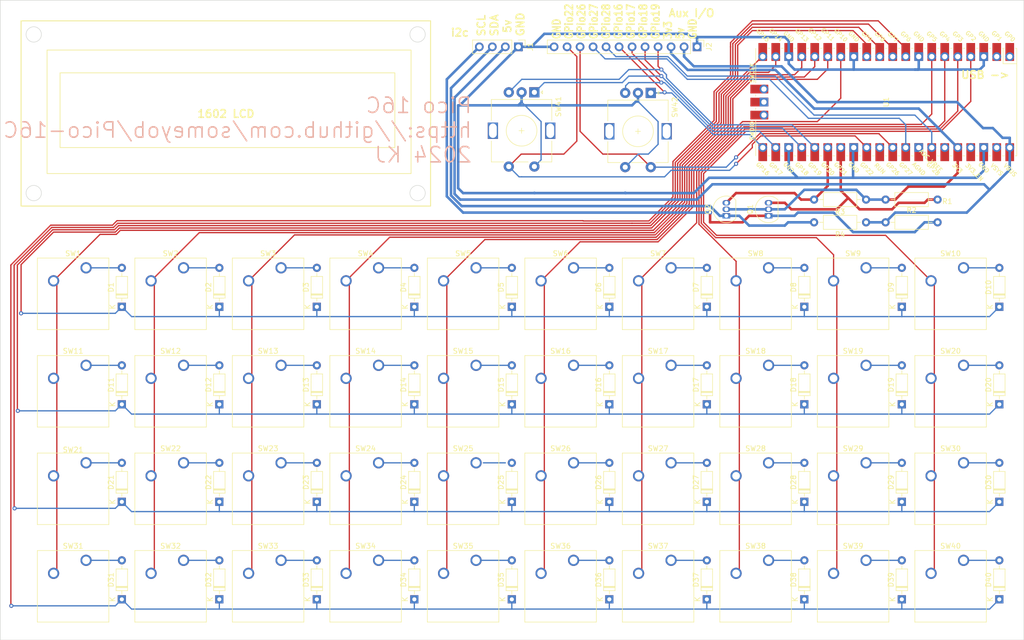
<source format=kicad_pcb>
(kicad_pcb (version 20221018) (generator pcbnew)
  (layers (0 "F.Cu" signal) (31 "B.Cu" signal) (34 "B.Paste" user) (35 "F.Paste" user) (36 "B.SilkS" user "B.Silkscreen") (37 "F.SilkS" user "F.Silkscreen") (38 "B.Mask" user) (39 "F.Mask" user) (44 "Edge.Cuts" user))
  (net 0 "")
  (net 1 "Net-(D1-A)")
  (net 2 "Net-(D2-A)")
  (net 3 "Net-(D3-A)")
  (net 4 "Net-(D4-A)")
  (net 5 "Net-(D5-A)")
  (net 6 "Net-(D6-A)")
  (net 7 "Net-(D7-A)")
  (net 8 "Net-(D8-A)")
  (net 9 "Net-(D9-A)")
  (net 10 "Net-(D10-A)")
  (net 11 "Net-(D11-A)")
  (net 12 "Net-(D12-A)")
  (net 13 "Net-(D13-A)")
  (net 14 "Net-(D14-A)")
  (net 15 "Net-(D15-A)")
  (net 16 "Net-(D16-A)")
  (net 17 "Net-(D17-A)")
  (net 18 "Net-(D18-A)")
  (net 19 "Net-(D19-A)")
  (net 20 "Net-(D20-A)")
  (net 21 "Net-(D21-A)")
  (net 22 "Net-(D22-A)")
  (net 23 "Net-(D23-A)")
  (net 24 "Net-(D24-A)")
  (net 25 "Net-(D25-A)")
  (net 26 "Net-(D26-A)")
  (net 27 "Net-(D27-A)")
  (net 28 "Net-(D28-A)")
  (net 29 "Net-(D29-A)")
  (net 30 "Net-(D30-A)")
  (net 31 "Net-(D31-A)")
  (net 32 "Net-(D32-A)")
  (net 33 "Net-(D1-K)")
  (net 44 "Net-(D11-K)")
  (net 45 "Net-(D21-K)")
  (net 46 "Net-(D31-K)")
  (net 47 "Net-(D33-A)")
  (net 48 "Net-(D34-A)")
  (net 49 "Net-(D35-A)")
  (net 50 "Net-(D36-A)")
  (net 51 "Net-(D37-A)")
  (net 52 "Net-(D38-A)")
  (net 53 "Net-(D39-A)")
  (net 54 "Net-(D40-A)")
  (net 55 "SCLh")
  (net 56 "3v3")
  (net 57 "SCLl")
  (net 58 "SDAh")
  (net 59 "SDAl")
  (net 60 "5v")
  (net 61 "GND")
  (net 62 "Net-(U1-GPIO2)")
  (net 63 "Net-(U1-GPIO5)")
  (net 64 "Net-(U1-GPIO4)")
  (net 65 "Net-(U1-GPIO3)")
  (net 66 "Net-(U1-GPIO10)")
  (net 67 "Net-(U1-GPIO13)")
  (net 68 "Net-(U1-GPIO12)")
  (net 69 "Net-(U1-GPIO11)")
  (net 70 "Net-(U1-GPIO15)")
  (net 71 "Net-(U1-GPIO14)")
  (net 72 "GPIO18")
  (net 73 "GPIO19")
  (net 74 "GPIO16")
  (net 75 "GPIO17")
  (net 76 "GPIO26")
  (net 77 "GPIO27")
  (net 78 "GPIO28")
  (net 79 "GPIO22")
  (footprint "Button_Switch_Keyboard:SW_Cherry_MX_1.00u_PCB" (layer "F.Cu") (at 160.02 119.38)
    (fp_text reference "SW26")
    (fp_text value "SW_Push" hide)
  )
  (footprint "Diode_THT:D_DO-35_SOD27_P7.62mm_Horizontal" (layer "F.Cu") (at 128.905 146.05 90)
    (fp_text reference "D34")
    (fp_text value "1N4148W")
  )
  (footprint "Button_Switch_Keyboard:SW_Cherry_MX_1.00u_PCB" (layer "F.Cu") (at 179.07 138.43)
    (fp_text reference "SW37")
    (fp_text value "SW_Push" hide)
  )
  (footprint "Connector_PinHeader_2.54mm:PinHeader_1x12_P2.54mm_Vertical" (layer "F.Cu") (at 184.15 38.1 -90)
    (fp_text reference "J2")
    (fp_text value "Aux I/O")
  )
  (footprint "Diode_THT:D_DO-35_SOD27_P7.62mm_Horizontal" (layer "F.Cu") (at 224.155 127 90)
    (fp_text reference "D29")
    (fp_text value "1N4148W")
  )
  (footprint "MCU_RaspberryPi_and_Boards:RPi_Pico_SMD_TH" (layer "F.Cu") (at 221.11 48.895 -90)
    (fp_text reference "U1")
    (fp_text value "Raspberry Pi Pico")
  )
  (footprint "Diode_THT:D_DO-35_SOD27_P7.62mm_Horizontal" (layer "F.Cu") (at 90.805 107.95 90)
    (fp_text reference "D12")
    (fp_text value "1N4148W")
  )
  (footprint "Package_TO_SOT_THT:TO-92_Inline" (layer "F.Cu") (at 189.865 71.12 90)
    (fp_text reference "Q2")
    (fp_text value "BS170")
  )
  (footprint "Diode_THT:D_DO-35_SOD27_P7.62mm_Horizontal" (layer "F.Cu") (at 71.755 107.95 90)
    (fp_text reference "D11")
    (fp_text value "1N4148W")
  )
  (footprint "Resistor_THT:R_Axial_DIN0207_L6.3mm_D2.5mm_P10.16mm_Horizontal" (layer "F.Cu") (at 217.17 72.39 180)
    (fp_text reference "R4")
    (fp_text value "10K")
  )
  (footprint "Button_Switch_Keyboard:SW_Cherry_MX_1.00u_PCB" (layer "F.Cu") (at 121.92 138.43)
    (fp_text reference "SW34")
    (fp_text value "SW_Push" hide)
  )
  (footprint "Button_Switch_Keyboard:SW_Cherry_MX_1.00u_PCB" (layer "F.Cu") (at 140.97 81.28)
    (fp_text reference "SW5")
    (fp_text value "SW_Push" hide)
  )
  (footprint "Diode_THT:D_DO-35_SOD27_P7.62mm_Horizontal" (layer "F.Cu") (at 243.205 88.9 90)
    (fp_text reference "D10")
    (fp_text value "1N4148W")
  )
  (footprint "Button_Switch_Keyboard:SW_Cherry_MX_1.00u_PCB" (layer "F.Cu") (at 198.12 100.33)
    (fp_text reference "SW18")
    (fp_text value "SW_Push" hide)
  )
  (footprint "Button_Switch_Keyboard:SW_Cherry_MX_1.00u_PCB" (layer "F.Cu") (at 102.87 100.33)
    (fp_text reference "SW13")
    (fp_text value "SW_Push" hide)
  )
  (footprint "Button_Switch_Keyboard:SW_Cherry_MX_1.00u_PCB" (layer "F.Cu") (at 236.22 138.43)
    (fp_text reference "SW40")
    (fp_text value "SW_Push" hide)
  )
  (footprint "Button_Switch_Keyboard:SW_Cherry_MX_1.00u_PCB" (layer "F.Cu") (at 64.77 81.28)
    (fp_text reference "SW1")
    (fp_text value "SW_Push" hide)
  )
  (footprint "Diode_THT:D_DO-35_SOD27_P7.62mm_Horizontal" (layer "F.Cu") (at 186.055 107.95 90)
    (fp_text reference "D17")
    (fp_text value "1N4148W")
  )
  (footprint "Button_Switch_Keyboard:SW_Cherry_MX_1.00u_PCB" (layer "F.Cu") (at 140.97 100.33)
    (fp_text reference "SW15")
    (fp_text value "SW_Push" hide)
  )
  (footprint "Button_Switch_Keyboard:SW_Cherry_MX_1.00u_PCB" (layer "F.Cu") (at 121.92 119.38)
    (fp_text reference "SW24")
    (fp_text value "SW_Push" hide)
  )
  (footprint "Button_Switch_Keyboard:SW_Cherry_MX_1.00u_PCB" (layer "F.Cu") (at 140.97 138.43)
    (fp_text reference "SW35")
    (fp_text value "SW_Push" hide)
  )
  (footprint "Diode_THT:D_DO-35_SOD27_P7.62mm_Horizontal" (layer "F.Cu") (at 71.755 146.05 90)
    (fp_text reference "D31")
    (fp_text value "1N4148W")
  )
  (footprint "Diode_THT:D_DO-35_SOD27_P7.62mm_Horizontal" (layer "F.Cu") (at 205.105 88.9 90)
    (fp_text reference "D8")
    (fp_text value "1N4148W")
  )
  (footprint "Button_Switch_Keyboard:SW_Cherry_MX_1.00u_PCB" (layer "F.Cu") (at 64.77 119.38)
    (fp_text reference "SW21")
    (fp_text value "SW_Push" hide)
  )
  (footprint "Connector_PinHeader_2.54mm:PinHeader_1x04_P2.54mm_Vertical" (layer "F.Cu") (at 149.225 38.1 -90)
    (fp_text reference "J1")
    (fp_text value "i2c")
  )
  (footprint "Button_Switch_Keyboard:SW_Cherry_MX_1.00u_PCB" (layer "F.Cu") (at 179.07 81.28)
    (fp_text reference "SW7")
    (fp_text value "SW_Push" hide)
  )
  (footprint "Button_Switch_Keyboard:SW_Cherry_MX_1.00u_PCB" (layer "F.Cu") (at 217.17 100.33)
    (fp_text reference "SW19")
    (fp_text value "SW_Push" hide)
  )
  (footprint "Diode_THT:D_DO-35_SOD27_P7.62mm_Horizontal" (layer "F.Cu") (at 147.955 88.9 90)
    (fp_text reference "D5")
    (fp_text value "1N4148W")
  )
  (footprint "Diode_THT:D_DO-35_SOD27_P7.62mm_Horizontal" (layer "F.Cu") (at 71.755 127 90)
    (fp_text reference "D21")
    (fp_text value "1N4148W")
  )
  (footprint "Button_Switch_Keyboard:SW_Cherry_MX_1.00u_PCB" (layer "F.Cu") (at 217.17 138.43)
    (fp_text reference "SW39")
    (fp_text value "SW_Push" hide)
  )
  (footprint "Button_Switch_Keyboard:SW_Cherry_MX_1.00u_PCB" (layer "F.Cu") (at 102.87 119.38)
    (fp_text reference "SW23")
    (fp_text value "SW_Push" hide)
  )
  (footprint "Diode_THT:D_DO-35_SOD27_P7.62mm_Horizontal" (layer "F.Cu") (at 186.055 88.9 90)
    (fp_text reference "D7")
    (fp_text value "1N4148W")
  )
  (footprint "Diode_THT:D_DO-35_SOD27_P7.62mm_Horizontal" (layer "F.Cu") (at 147.955 107.95 90)
    (fp_text reference "D15")
    (fp_text value "1N4148W")
  )
  (footprint "Button_Switch_Keyboard:SW_Cherry_MX_1.00u_PCB" (layer "F.Cu") (at 102.87 81.28)
    (fp_text reference "SW3")
    (fp_text value "SW_Push" hide)
  )
  (footprint "Button_Switch_Keyboard:SW_Cherry_MX_1.00u_PCB" (layer "F.Cu") (at 160.02 138.43)
    (fp_text reference "SW36")
    (fp_text value "SW_Push" hide)
  )
  (footprint "Rotary_Encoder:RotaryEncoder_Alps_EC11E-Switch_Vertical_H20mm" (layer "F.Cu") (at 152.36 46.99 -90)
    (fp_text reference "SW41")
    (fp_text value "Encoder_Switch")
  )
  (footprint "Resistor_THT:R_Axial_DIN0207_L6.3mm_D2.5mm_P10.16mm_Horizontal" (layer "F.Cu") (at 220.98 72.39)
    (fp_text reference "R2")
    (fp_text value "10K")
  )
  (footprint "Button_Switch_Keyboard:SW_Cherry_MX_1.00u_PCB" (layer "F.Cu") (at 64.77 100.33)
    (fp_text reference "SW11")
    (fp_text value "SW_Push" hide)
  )
  (footprint "Button_Switch_Keyboard:SW_Cherry_MX_1.00u_PCB" (layer "F.Cu") (at 83.82 100.33)
    (fp_text reference "SW12")
    (fp_text value "SW_Push" hide)
  )
  (footprint "Diode_THT:D_DO-35_SOD27_P7.62mm_Horizontal" (layer "F.Cu") (at 90.805 127 90)
    (fp_text reference "D22")
    (fp_text value "1N4148W")
  )
  (footprint "Diode_THT:D_DO-35_SOD27_P7.62mm_Horizontal" (layer "F.Cu") (at 205.105 107.95 90)
    (fp_text reference "D18")
    (fp_text value "1N4148W")
  )
  (footprint "Button_Switch_Keyboard:SW_Cherry_MX_1.00u_PCB" (layer "F.Cu") (at 179.07 100.33)
    (fp_text reference "SW17")
    (fp_text value "SW_Push" hide)
  )
  (footprint "Button_Switch_Keyboard:SW_Cherry_MX_1.00u_PCB" (layer "F.Cu") (at 217.17 81.28)
    (fp_text reference "SW9")
    (fp_text value "SW_Push" hide)
  )
  (footprint "Diode_THT:D_DO-35_SOD27_P7.62mm_Horizontal" (layer "F.Cu") (at 243.205 146.05 90)
    (fp_text reference "D40")
    (fp_text value "1N4148W")
  )
  (footprint "Button_Switch_Keyboard:SW_Cherry_MX_1.00u_PCB" (layer "F.Cu") (at 102.87 138.43)
    (fp_text reference "SW33")
    (fp_text value "SW_Push" hide)
  )
  (footprint "Button_Switch_Keyboard:SW_Cherry_MX_1.00u_PCB" (layer "F.Cu") (at 121.92 81.28)
    (fp_text reference "SW4")
    (fp_text value "SW_Push" hide)
  )
  (footprint "Button_Switch_Keyboard:SW_Cherry_MX_1.00u_PCB" (layer "F.Cu") (at 236.22 100.33)
    (fp_text reference "SW20")
    (fp_text value "SW_Push" hide)
  )
  (footprint "Button_Switch_Keyboard:SW_Cherry_MX_1.00u_PCB" (layer "F.Cu") (at 217.17 119.38)
    (fp_text reference "SW29")
    (fp_text value "SW_Push" hide)
  )
  (footprint "Diode_THT:D_DO-35_SOD27_P7.62mm_Horizontal" (layer "F.Cu") (at 224.155 107.95 90)
    (fp_text reference "D19")
    (fp_text value "1N4148W")
  )
  (footprint "Diode_THT:D_DO-35_SOD27_P7.62mm_Horizontal" (layer "F.Cu") (at 243.205 127 90)
    (fp_text reference "D30")
    (fp_text value "1N4148W")
  )
  (footprint "Resistor_THT:R_Axial_DIN0207_L6.3mm_D2.5mm_P10.16mm_Horizontal" (layer "F.Cu") (at 217.17 67.945 180)
    (fp_text reference "R3")
    (fp_text value "10K")
  )
  (footprint "Diode_THT:D_DO-35_SOD27_P7.62mm_Horizontal" (layer "F.Cu") (at 128.905 88.9 90)
    (fp_text reference "D4")
    (fp_text value "1N4148W")
  )
  (footprint "Button_Switch_Keyboard:SW_Cherry_MX_1.00u_PCB" (layer "F.Cu") (at 121.92 100.33)
    (fp_text reference "SW14")
    (fp_text value "SW_Push" hide)
  )
  (footprint "Diode_THT:D_DO-35_SOD27_P7.62mm_Horizontal" (layer "F.Cu") (at 167.005 127 90)
    (fp_text reference "D26")
    (fp_text value "1N4148W")
  )
  (footprint "Button_Switch_Keyboard:SW_Cherry_MX_1.00u_PCB" (layer "F.Cu") (at 198.12 119.38)
    (fp_text reference "SW28")
    (fp_text value "SW_Push" hide)
  )
  (footprint "Diode_THT:D_DO-35_SOD27_P7.62mm_Horizontal" (layer "F.Cu") (at 205.105 127 90)
    (fp_text reference "D28")
    (fp_text value "1N4148W")
  )
  (footprint "Diode_THT:D_DO-35_SOD27_P7.62mm_Horizontal" (layer "F.Cu") (at 167.005 107.95 90)
    (fp_text reference "D16")
    (fp_text value "1N4148W")
  )
  (footprint "Diode_THT:D_DO-35_SOD27_P7.62mm_Horizontal" (layer "F.Cu") (at 128.905 127 90)
    (fp_text reference "D24")
    (fp_text value "1N4148W")
  )
  (footprint "Diode_THT:D_DO-35_SOD27_P7.62mm_Horizontal" (layer "F.Cu") (at 147.955 127 90)
    (fp_text reference "D25")
    (fp_text value "1N4148W")
  )
  (footprint "Diode_THT:D_DO-35_SOD27_P7.62mm_Horizontal" (layer "F.Cu") (at 167.005 88.9 90)
    (fp_text reference "D6")
    (fp_text value "1N4148W")
  )
  (footprint "Diode_THT:D_DO-35_SOD27_P7.62mm_Horizontal" (layer "F.Cu") (at 243.205 107.95 90)
    (fp_text reference "D20")
    (fp_text value "1N4148W")
  )
  (footprint "Button_Switch_Keyboard:SW_Cherry_MX_1.00u_PCB" (layer "F.Cu") (at 83.82 119.38)
    (fp_text reference "SW22")
    (fp_text value "SW_Push" hide)
  )
  (footprint "Button_Switch_Keyboard:SW_Cherry_MX_1.00u_PCB" (layer "F.Cu") (at 236.22 119.38)
    (fp_text reference "SW30")
    (fp_text value "SW_Push" hide)
  )
  (footprint "Diode_THT:D_DO-35_SOD27_P7.62mm_Horizontal" (layer "F.Cu") (at 71.755 88.9 90)
    (fp_text reference "D1")
    (fp_text value "1N4148W")
  )
  (footprint "Diode_THT:D_DO-35_SOD27_P7.62mm_Horizontal" (layer "F.Cu") (at 224.155 88.9 90)
    (fp_text reference "D9")
    (fp_text value "1N4148W")
  )
  (footprint "Diode_THT:D_DO-35_SOD27_P7.62mm_Horizontal" (layer "F.Cu") (at 186.055 146.05 90)
    (fp_text reference "D37")
    (fp_text value "1N4148W")
  )
  (footprint "Diode_THT:D_DO-35_SOD27_P7.62mm_Horizontal" (layer "F.Cu") (at 128.905 107.95 90)
    (fp_text reference "D14")
    (fp_text value "1N4148W")
  )
  (footprint "Button_Switch_Keyboard:SW_Cherry_MX_1.00u_PCB" (layer "F.Cu") (at 198.12 81.28)
    (fp_text reference "SW8")
    (fp_text value "SW_Push" hide)
  )
  (footprint "Diode_THT:D_DO-35_SOD27_P7.62mm_Horizontal" (layer "F.Cu") (at 109.855 146.05 90)
    (fp_text reference "D33")
    (fp_text value "1N4148W")
  )
  (footprint "Package_TO_SOT_THT:TO-92_Inline" (layer "F.Cu") (at 198.12 71.12 90)
    (fp_text reference "Q1")
    (fp_text value "BS170")
  )
  (footprint "Diode_THT:D_DO-35_SOD27_P7.62mm_Horizontal" (layer "F.Cu") (at 109.855 88.9 90)
    (fp_text reference "D3")
    (fp_text value "1N4148W")
  )
  (footprint "Diode_THT:D_DO-35_SOD27_P7.62mm_Horizontal" (layer "F.Cu") (at 90.805 88.9 90)
    (fp_text reference "D2")
    (fp_text value "1N4148W")
  )
  (footprint "Button_Switch_Keyboard:SW_Cherry_MX_1.00u_PCB" (layer "F.Cu") (at 83.82 138.43)
    (fp_text reference "SW32")
    (fp_text value "SW_Push" hide)
  )
  (footprint "Button_Switch_Keyboard:SW_Cherry_MX_1.00u_PCB" (layer "F.Cu") (at 179.07 119.38)
    (fp_text reference "SW27")
    (fp_text value "SW_Push" hide)
  )
  (footprint "Button_Switch_Keyboard:SW_Cherry_MX_1.00u_PCB" (layer "F.Cu") (at 160.02 100.33)
    (fp_text reference "SW16")
    (fp_text value "SW_Push" hide)
  )
  (footprint "Diode_THT:D_DO-35_SOD27_P7.62mm_Horizontal" (layer "F.Cu") (at 167.005 146.05 90)
    (fp_text reference "D36")
    (fp_text value "1N4148W")
  )
  (footprint "Diode_THT:D_DO-35_SOD27_P7.62mm_Horizontal" (layer "F.Cu") (at 147.955 146.05 90)
    (fp_text reference "D35")
    (fp_text value "1N4148W")
  )
  (footprint "Button_Switch_Keyboard:SW_Cherry_MX_1.00u_PCB" (layer "F.Cu") (at 64.77 138.43)
    (fp_text reference "SW31")
    (fp_text value "SW_Push" hide)
  )
  (footprint "Diode_THT:D_DO-35_SOD27_P7.62mm_Horizontal" (layer "F.Cu") (at 205.105 146.05 90)
    (fp_text reference "D38")
    (fp_text value "1N4148W")
  )
  (footprint "Button_Switch_Keyboard:SW_Cherry_MX_1.00u_PCB" (layer "F.Cu") (at 236.22 81.28)
    (fp_text reference "SW10")
    (fp_text value "SW_Push" hide)
  )
  (footprint "Diode_THT:D_DO-35_SOD27_P7.62mm_Horizontal" (layer "F.Cu") (at 90.805 146.05 90)
    (fp_text reference "D32")
    (fp_text value "1N4148W")
  )
  (footprint "Button_Switch_Keyboard:SW_Cherry_MX_1.00u_PCB" (layer "F.Cu") (at 160.02 81.28)
    (fp_text reference "SW6")
    (fp_text value "SW_Push" hide)
  )
  (footprint "Diode_THT:D_DO-35_SOD27_P7.62mm_Horizontal" (layer "F.Cu") (at 186.055 127 90)
    (fp_text reference "D27")
    (fp_text value "1N4148W")
  )
  (footprint "Resistor_THT:R_Axial_DIN0207_L6.3mm_D2.5mm_P10.16mm_Horizontal" (layer "F.Cu") (at 220.98 67.945)
    (fp_text reference "R1")
    (fp_text value "10K")
  )
  (footprint "Button_Switch_Keyboard:SW_Cherry_MX_1.00u_PCB" (layer "F.Cu") (at 83.82 81.28)
    (fp_text reference "SW2")
    (fp_text value "SW_Push" hide)
  )
  (footprint "Diode_THT:D_DO-35_SOD27_P7.62mm_Horizontal" (layer "F.Cu") (at 109.855 107.95 90)
    (fp_text reference "D13")
    (fp_text value "1N4148W")
  )
  (footprint "Rotary_Encoder:RotaryEncoder_Alps_EC11E-Switch_Vertical_H20mm" (layer "F.Cu") (at 175.105 47.11 -90)
    (fp_text reference "SW42")
    (fp_text value "Encoder_Switch")
  )
  (footprint "Button_Switch_Keyboard:SW_Cherry_MX_1.00u_PCB" (layer "F.Cu") (at 198.12 138.43)
    (fp_text reference "SW38")
    (fp_text value "SW_Push" hide)
  )
  (footprint "Diode_THT:D_DO-35_SOD27_P7.62mm_Horizontal" (layer "F.Cu") (at 109.855 127 90)
    (fp_text reference "D23")
    (fp_text value "1N4148W")
  )
  (footprint "Button_Switch_Keyboard:SW_Cherry_MX_1.00u_PCB" (layer "F.Cu") (at 140.97 119.38)
    (fp_text reference "SW25")
    (fp_text value "SW_Push" hide)
  )
  (footprint "Diode_THT:D_DO-35_SOD27_P7.62mm_Horizontal" (layer "F.Cu") (at 224.155 146.05 90)
    (fp_text reference "D39")
    (fp_text value "1N4148W")
  )
  (gr_rect (start 57.15 38.735) (end 128.27 62.865) (stroke (width 0.15)) (fill none) (layer "F.SilkS"))
  (gr_rect (start 59.69 43.18) (end 125.095 57.785) (stroke (width 0.15)) (fill none) (layer "F.SilkS"))
  (gr_rect (start 52.07 33.02) (end 132.08 69.215) (stroke (width 0.2)) (fill none) (layer "F.SilkS"))
  (gr_circle (center 129.54 35.675) (end 131.04 35.675) (stroke (width 0.1)) (fill none) (layer "Edge.Cuts"))
  (gr_rect (start 48 29) (end 248 154) (stroke (width 0.1)) (fill none) (layer "Edge.Cuts"))
  (gr_circle (center 129.54 66.675) (end 131.04 66.675) (stroke (width 0.1)) (fill none) (layer "Edge.Cuts"))
  (gr_circle (center 54.54 66.675) (end 56.04 66.675) (stroke (width 0.1)) (fill none) (layer "Edge.Cuts"))
  (gr_circle (center 54.54 35.675) (end 56.04 35.675) (stroke (width 0.1)) (fill none) (layer "Edge.Cuts"))
  (gr_text "Pico 16C\nhttps://github.com/someyob/Pico-16C\n2024 KJ" (at 140.335 60.96) (layer "B.SilkS") (effects (font (size 3 3) (thickness 0.3) bold) (justify left bottom mirror)))
  (gr_text "1602 LCD" (at 86.36 52.07) (layer "F.SilkS") (effects (font (size 1.5 1.5) (thickness 0.3) bold) (justify left bottom)))
  (gr_text "5v" (at 147.955 35.56 90) (layer "F.SilkS") (effects (font (size 1.5 1.5) (thickness 0.3) bold) (justify left bottom)))
  (gr_text "GND\nGPio22\nGPio26\nGPio27\nGPio28\nGPio16\nGPio17\nGPio18\nGPio19\n3v3\n5v\nGND" (at 184.15 36.77 90) (layer "F.SilkS") (effects (font (size 1.5 1.3) (thickness 0.3) bold) (justify left bottom)))
  (gr_text "Aux I/O" (at 178.435 32.385) (layer "F.SilkS") (effects (font (size 1.5 1.5) (thickness 0.3) bold) (justify left bottom)))
  (gr_text "SCL" (at 142.875 36.195 90) (layer "F.SilkS") (effects (font (size 1.5 1.5) (thickness 0.3) bold) (justify left bottom)))
  (gr_text "SDA" (at 145.415 36.195 90) (layer "F.SilkS") (effects (font (size 1.5 1.5) (thickness 0.3) bold) (justify left bottom)))
  (gr_text "GND" (at 150.495 36.195 90) (layer "F.SilkS") (effects (font (size 1.5 1.5) (thickness 0.3) bold) (justify left bottom)))
  (gr_text "i2c" (at 135.89 36.195) (layer "F.SilkS") (effects (font (size 1.5 1.5) (thickness 0.3) bold) (justify left bottom)))
  (gr_text "USB ->" (at 235.585 44.45) (layer "F.SilkS") (effects (font (size 1.5 1.5) (thickness 0.3) bold) (justify left bottom)))
  (segment (start 146.685 119.38) (end 142.395 119.38) (width 0.25) (layer "B.Cu") (net 0))
  (segment (start 64.77 81.28) (end 71.755 81.28) (width 0.25) (layer "B.Cu") (net 1))
  (segment (start 83.82 81.28) (end 90.805 81.28) (width 0.25) (layer "B.Cu") (net 2))
  (segment (start 102.87 81.28) (end 109.855 81.28) (width 0.25) (layer "B.Cu") (net 3))
  (segment (start 121.92 81.28) (end 128.905 81.28) (width 0.25) (layer "B.Cu") (net 4))
  (segment (start 140.97 81.28) (end 147.955 81.28) (width 0.25) (layer "B.Cu") (net 5))
  (segment (start 160.02 81.28) (end 167.005 81.28) (width 0.25) (layer "B.Cu") (net 6))
  (segment (start 179.07 81.28) (end 186.055 81.28) (width 0.25) (layer "B.Cu") (net 7))
  (segment (start 198.12 81.28) (end 205.105 81.28) (width 0.25) (layer "B.Cu") (net 8))
  (segment (start 217.17 81.28) (end 224.155 81.28) (width 0.25) (layer "B.Cu") (net 9))
  (segment (start 236.22 81.28) (end 243.205 81.28) (width 0.25) (layer "B.Cu") (net 10))
  (segment (start 71.755 100.33) (end 64.77 100.33) (width 0.25) (layer "B.Cu") (net 11))
  (segment (start 90.805 100.33) (end 83.82 100.33) (width 0.25) (layer "B.Cu") (net 12))
  (segment (start 109.855 100.33) (end 102.87 100.33) (width 0.25) (layer "B.Cu") (net 13))
  (segment (start 128.905 100.33) (end 121.92 100.33) (width 0.25) (layer "B.Cu") (net 14))
  (segment (start 147.955 100.33) (end 140.97 100.33) (width 0.25) (layer "B.Cu") (net 15))
  (segment (start 167.005 100.33) (end 160.02 100.33) (width 0.25) (layer "B.Cu") (net 16))
  (segment (start 186.055 100.33) (end 179.07 100.33) (width 0.25) (layer "B.Cu") (net 17))
  (segment (start 205.105 100.33) (end 198.12 100.33) (width 0.25) (layer "B.Cu") (net 18))
  (segment (start 224.155 100.33) (end 217.17 100.33) (width 0.25) (layer "B.Cu") (net 19))
  (segment (start 243.205 100.33) (end 236.22 100.33) (width 0.25) (layer "B.Cu") (net 20))
  (segment (start 71.755 119.38) (end 64.77 119.38) (width 0.25) (layer "B.Cu") (net 21))
  (segment (start 90.805 119.38) (end 83.82 119.38) (width 0.25) (layer "B.Cu") (net 22))
  (segment (start 109.855 119.38) (end 102.87 119.38) (width 0.25) (layer "B.Cu") (net 23))
  (segment (start 128.905 119.38) (end 121.92 119.38) (width 0.25) (layer "B.Cu") (net 24))
  (segment (start 167.005 119.38) (end 160.02 119.38) (width 0.25) (layer "B.Cu") (net 26))
  (segment (start 186.055 119.38) (end 179.07 119.38) (width 0.25) (layer "B.Cu") (net 27))
  (segment (start 205.105 119.38) (end 198.12 119.38) (width 0.25) (layer "B.Cu") (net 28))
  (segment (start 224.155 119.38) (end 217.17 119.38) (width 0.25) (layer "B.Cu") (net 29))
  (segment (start 243.205 119.38) (end 236.22 119.38) (width 0.25) (layer "B.Cu") (net 30))
  (segment (start 71.755 138.43) (end 64.77 138.43) (width 0.25) (layer "B.Cu") (net 31))
  (segment (start 90.805 138.43) (end 83.82 138.43) (width 0.25) (layer "B.Cu") (net 32))
  (segment (start 58.42 74.295) (end 70.485 74.295) (width 0.25) (layer "F.Cu") (net 33))
  (segment (start 217.3 37.595) (end 217.3 40.005) (width 0.25) (layer "F.Cu") (net 33))
  (segment (start 180.815 67.945) (end 180.815 61.037208) (width 0.25) (layer "F.Cu") (net 33))
  (segment (start 214.63 34.925) (end 217.3 37.595) (width 0.25) (layer "F.Cu") (net 33))
  (segment (start 194.945 34.925) (end 214.63 34.925) (width 0.25) (layer "F.Cu") (net 33))
  (segment (start 175.26 73.5) (end 180.815 67.945) (width 0.25) (layer "F.Cu") (net 33))
  (segment (start 71.28 73.5) (end 175.26 73.5) (width 0.25) (layer "F.Cu") (net 33))
  (segment (start 192.08401 37.78599) (end 194.945 34.925) (width 0.25) (layer "F.Cu") (net 33))
  (segment (start 192.08401 44.12901) (end 192.08401 37.78599) (width 0.25) (layer "F.Cu") (net 33))
  (segment (start 52.07 80.645) (end 58.42 74.295) (width 0.25) (layer "F.Cu") (net 33))
  (segment (start 180.815 61.037208) (end 188.885 52.967208) (width 0.25) (layer "F.Cu") (net 33))
  (segment (start 70.485 74.295) (end 71.28 73.5) (width 0.25) (layer "F.Cu") (net 33))
  (segment (start 188.885 47.32802) (end 192.08401 44.12901) (width 0.25) (layer "F.Cu") (net 33))
  (segment (start 52.07 90.17) (end 52.07 80.645) (width 0.25) (layer "F.Cu") (net 33))
  (segment (start 188.885 52.967208) (end 188.885 47.32802) (width 0.25) (layer "F.Cu") (net 33))
  (via (at 52.07 90.17) (size 0.8) (drill 0.4) (layers "F.Cu" "B.Cu") (net 33))
  (segment (start 241.3 90.805) (end 224.155 90.805) (width 0.25) (layer "B.Cu") (net 33))
  (segment (start 71.755 88.9) (end 70.485 90.17) (width 0.25) (layer "B.Cu") (net 33))
  (segment (start 205.105 90.805) (end 186.055 90.805) (width 0.25) (layer "B.Cu") (net 33))
  (segment (start 224.155 90.805) (end 205.105 90.805) (width 0.25) (layer "B.Cu") (net 33))
  (segment (start 128.905 90.805) (end 109.855 90.805) (width 0.25) (layer "B.Cu") (net 33))
  (segment (start 147.955 88.9) (end 147.955 90.805) (width 0.25) (layer "B.Cu") (net 33))
  (segment (start 52.07 90.17) (end 70.485 90.17) (width 0.25) (layer "B.Cu") (net 33))
  (segment (start 224.155 88.9) (end 224.155 90.805) (width 0.25) (layer "B.Cu") (net 33))
  (segment (start 186.055 88.9) (end 186.055 90.805) (width 0.25) (layer "B.Cu") (net 33))
  (segment (start 109.855 90.805) (end 90.805 90.805) (width 0.25) (layer "B.Cu") (net 33))
  (segment (start 73.66 90.805) (end 71.755 88.9) (width 0.25) (layer "B.Cu") (net 33))
  (segment (start 128.905 88.9) (end 128.905 90.805) (width 0.25) (layer "B.Cu") (net 33))
  (segment (start 90.805 88.9) (end 90.805 90.805) (width 0.25) (layer "B.Cu") (net 33))
  (segment (start 90.805 90.805) (end 73.66 90.805) (width 0.25) (layer "B.Cu") (net 33))
  (segment (start 167.005 88.9) (end 167.005 90.805) (width 0.25) (layer "B.Cu") (net 33))
  (segment (start 243.205 88.9) (end 241.3 90.805) (width 0.25) (layer "B.Cu") (net 33))
  (segment (start 205.105 88.9) (end 205.105 90.805) (width 0.25) (layer "B.Cu") (net 33))
  (segment (start 186.055 90.805) (end 167.005 90.805) (width 0.25) (layer "B.Cu") (net 33))
  (segment (start 147.955 90.805) (end 128.905 90.805) (width 0.25) (layer "B.Cu") (net 33))
  (segment (start 167.005 90.805) (end 147.955 90.805) (width 0.25) (layer "B.Cu") (net 33))
  (segment (start 109.855 88.9) (end 109.855 90.805) (width 0.25) (layer "B.Cu") (net 33))
  (segment (start 191.63401 37.599594) (end 191.63401 43.942614) (width 0.25) (layer "F.Cu") (net 44))
  (segment (start 71.119302 73.024302) (end 70.298604 73.845) (width 0.25) (layer "F.Cu") (net 44))
  (segment (start 188.435 52.780812) (end 180.34 60.875812) (width 0.25) (layer "F.Cu") (net 44))
  (segment (start 180.34 67.783604) (end 175.098604 73.025) (width 0.25) (layer "F.Cu") (net 44))
  (segment (start 188.435 47.141624) (end 188.435 52.780812) (width 0.25) (layer "F.Cu") (net 44))
  (segment (start 180.34 60.875812) (end 180.34 67.783604) (width 0.25) (layer "F.Cu") (net 44))
  (segment (start 194.943604 34.29) (end 191.63401 37.599594) (width 0.25) (layer "F.Cu") (net 44))
  (segment (start 58.233604 73.845) (end 51.345 80.733604) (width 0.25) (layer "F.Cu") (net 44))
  (segment (start 215.735 34.29) (end 194.943604 34.29) (width 0.25) (layer "F.Cu") (net 44))
  (segment (start 51.345 109.13) (end 51.435 109.22) (width 0.25) (layer "F.Cu") (net 44))
  (segment (start 219.84 38.395) (end 215.735 34.29) (width 0.25) (layer "F.Cu") (net 44))
  (segment (start 51.345 80.733604) (end 51.345 109.13) (width 0.25) (layer "F.Cu") (net 44))
  (segment (start 71.12 73.025) (end 71.119302 73.024302) (width 0.25) (layer "F.Cu") (net 44))
  (segment (start 191.63401 43.942614) (end 188.435 47.141624) (width 0.25) (layer "F.Cu") (net 44))
  (segment (start 70.298604 73.845) (end 58.233604 73.845) (width 0.25) (layer "F.Cu") (net 44))
  (segment (start 219.84 40.005) (end 219.84 38.395) (width 0.25) (layer "F.Cu") (net 44))
  (segment (start 175.098604 73.025) (end 71.12 73.025) (width 0.25) (layer "F.Cu") (net 44))
  (via (at 51.435 109.22) (size 0.8) (drill 0.4) (layers "F.Cu" "B.Cu") (net 44))
  (segment (start 241.3 109.855) (end 224.155 109.855) (width 0.25) (layer "B.Cu") (net 44))
  (segment (start 243.205 107.95) (end 241.3 109.855) (width 0.25) (layer "B.Cu") (net 44))
  (segment (start 205.105 109.855) (end 186.055 109.855) (width 0.25) (layer "B.Cu") (net 44))
  (segment (start 128.905 109.855) (end 109.855 109.855) (width 0.25) (layer "B.Cu") (net 44))
  (segment (start 128.905 107.95) (end 128.905 109.855) (width 0.25) (layer "B.Cu") (net 44))
  (segment (start 90.805 109.855) (end 73.66 109.855) (width 0.25) (layer "B.Cu") (net 44))
  (segment (start 205.105 107.95) (end 205.105 109.855) (width 0.25) (layer "B.Cu") (net 44))
  (segment (start 147.955 107.95) (end 147.955 109.855) (width 0.25) (layer "B.Cu") (net 44))
  (segment (start 147.955 109.855) (end 128.905 109.855) (width 0.25) (layer "B.Cu") (net 44))
  (segment (start 90.805 107.95) (end 90.805 109.855) (width 0.25) (layer "B.Cu") (net 44))
  (segment (start 109.855 107.95) (end 109.855 109.855) (width 0.25) (layer "B.Cu") (net 44))
  (segment (start 186.055 107.95) (end 186.055 109.855) (width 0.25) (layer "B.Cu") (net 44))
  (segment (start 167.005 107.95) (end 167.005 109.855) (width 0.25) (layer "B.Cu") (net 44))
  (segment (start 167.005 109.855) (end 147.955 109.855) (width 0.25) (layer "B.Cu") (net 44))
  (segment (start 224.155 107.95) (end 224.155 109.855) (width 0.25) (layer "B.Cu") (net 44))
  (segment (start 51.435 109.22) (end 70.485 109.22) (width 0.25) (layer "B.Cu") (net 44))
  (segment (start 70.485 109.22) (end 71.755 107.95) (width 0.25) (layer "B.Cu") (net 44))
  (segment (start 224.155 109.855) (end 205.105 109.855) (width 0.25) (layer "B.Cu") (net 44))
  (segment (start 73.66 109.855) (end 71.755 107.95) (width 0.25) (layer "B.Cu") (net 44))
  (segment (start 186.055 109.855) (end 167.005 109.855) (width 0.25) (layer "B.Cu") (net 44))
  (segment (start 109.855 109.855) (end 90.805 109.855) (width 0.25) (layer "B.Cu") (net 44))
  (segment (start 179.89 60.689416) (end 179.89 67.597208) (width 0.25) (layer "F.Cu") (net 45))
  (segment (start 191.135 37.465) (end 191.135 43.805228) (width 0.25) (layer "F.Cu") (net 45))
  (segment (start 191.135 43.805228) (end 187.917208 47.02302) (width 0.25) (layer "F.Cu") (net 45))
  (segment (start 171.449302 72.574302) (end 70.932906 72.574302) (width 0.25) (layer "F.Cu") (net 45))
  (segment (start 187.917208 52.662208) (end 179.89 60.689416) (width 0.25) (layer "F.Cu") (net 45))
  (segment (start 179.89 67.597208) (end 174.912208 72.575) (width 0.25) (layer "F.Cu") (net 45))
  (segment (start 194.942208 33.655) (end 191.133604 37.463604) (width 0.25) (layer "F.Cu") (net 45))
  (segment (start 171.45 72.575) (end 171.449302 72.574302) (width 0.25) (layer "F.Cu") (net 45))
  (segment (start 50.71 128.18) (end 50.8 128.27) (width 0.25) (layer "F.Cu") (net 45))
  (segment (start 174.912208 72.575) (end 171.45 72.575) (width 0.25) (layer "F.Cu") (net 45))
  (segment (start 222.38 38.395) (end 217.64 33.655) (width 0.25) (layer "F.Cu") (net 45))
  (segment (start 58.047208 73.395) (end 50.71 80.732208) (width 0.25) (layer "F.Cu") (net 45))
  (segment (start 187.917208 47.02302) (end 187.917208 52.662208) (width 0.25) (layer "F.Cu") (net 45))
  (segment (start 222.38 40.005) (end 222.38 38.395) (width 0.25) (layer "F.Cu") (net 45))
  (segment (start 70.112208 73.395) (end 58.047208 73.395) (width 0.25) (layer "F.Cu") (net 45))
  (segment (start 191.133604 37.463604) (end 191.135 37.465) (width 0.25) (layer "F.Cu") (net 45))
  (segment (start 50.71 80.732208) (end 50.71 128.18) (width 0.25) (layer "F.Cu") (net 45))
  (segment (start 70.932906 72.574302) (end 70.112208 73.395) (width 0.25) (layer "F.Cu") (net 45))
  (segment (start 217.64 33.655) (end 194.942208 33.655) (width 0.25) (layer "F.Cu") (net 45))
  (via (at 50.8 128.27) (size 0.8) (drill 0.4) (layers "F.Cu" "B.Cu") (net 45))
  (segment (start 186.055 128.905) (end 167.005 128.905) (width 0.25) (layer "B.Cu") (net 45))
  (segment (start 167.005 127) (end 167.005 128.905) (width 0.25) (layer "B.Cu") (net 45))
  (segment (start 70.485 128.27) (end 50.8 128.27) (width 0.25) (layer "B.Cu") (net 45))
  (segment (start 90.805 128.905) (end 73.66 128.905) (width 0.25) (layer "B.Cu") (net 45))
  (segment (start 224.155 128.905) (end 205.105 128.905) (width 0.25) (layer "B.Cu") (net 45))
  (segment (start 241.3 128.905) (end 224.155 128.905) (width 0.25) (layer "B.Cu") (net 45))
  (segment (start 205.105 127) (end 205.105 128.905) (width 0.25) (layer "B.Cu") (net 45))
  (segment (start 90.805 127) (end 90.805 128.905) (width 0.25) (layer "B.Cu") (net 45))
  (segment (start 128.905 128.905) (end 109.855 128.905) (width 0.25) (layer "B.Cu") (net 45))
  (segment (start 167.005 128.905) (end 147.955 128.905) (width 0.25) (layer "B.Cu") (net 45))
  (segment (start 147.955 127) (end 147.955 128.905) (width 0.25) (layer "B.Cu") (net 45))
  (segment (start 205.105 128.905) (end 186.055 128.905) (width 0.25) (layer "B.Cu") (net 45))
  (segment (start 243.205 127) (end 241.3 128.905) (width 0.25) (layer "B.Cu") (net 45))
  (segment (start 147.955 128.905) (end 128.905 128.905) (width 0.25) (layer "B.Cu") (net 45))
  (segment (start 186.055 127) (end 186.055 128.905) (width 0.25) (layer "B.Cu") (net 45))
  (segment (start 71.755 127) (end 70.485 128.27) (width 0.25) (layer "B.Cu") (net 45))
  (segment (start 128.905 127) (end 128.905 128.905) (width 0.25) (layer "B.Cu") (net 45))
  (segment (start 224.155 127) (end 224.155 128.905) (width 0.25) (layer "B.Cu") (net 45))
  (segment (start 73.66 128.905) (end 71.755 127) (width 0.25) (layer "B.Cu") (net 45))
  (segment (start 109.855 128.905) (end 90.805 128.905) (width 0.25) (layer "B.Cu") (net 45))
  (segment (start 109.855 127) (end 109.855 128.905) (width 0.25) (layer "B.Cu") (net 45))
  (segment (start 50.075 80.730812) (end 57.860812 72.945) (width 0.25) (layer "F.Cu") (net 46))
  (segment (start 70.800406 72.070406) (end 161.871104 72.070406) (width 0.25) (layer "F.Cu") (net 46))
  (segment (start 219.545 33.02) (end 224.92 38.395) (width 0.25) (layer "F.Cu") (net 46))
  (segment (start 57.860812 72.945) (end 69.925812 72.945) (width 0.25) (layer "F.Cu") (net 46))
  (segment (start 190.685 43.618832) (end 190.685 38.1) (width 0.25) (layer "F.Cu") (net 46))
  (segment (start 190.683604 38.098604) (end 190.683604 37.277208) (width 0.25) (layer "F.Cu") (net 46))
  (segment (start 179.44 67.410812) (end 179.44 60.50302) (width 0.25) (layer "F.Cu") (net 46))
  (segment (start 194.940812 33.02) (end 219.545 33.02) (width 0.25) (layer "F.Cu") (net 46))
  (segment (start 174.72651 72.124302) (end 179.44 67.410812) (width 0.25) (layer "F.Cu") (net 46))
  (segment (start 190.685 38.1) (end 190.683604 38.098604) (width 0.25) (layer "F.Cu") (net 46))
  (segment (start 224.92 38.395) (end 224.92 40.005) (width 0.25) (layer "F.Cu") (net 46))
  (segment (start 161.925 72.124302) (end 174.72651 72.124302) (width 0.25) (layer "F.Cu") (net 46))
  (segment (start 190.683604 37.277208) (end 194.940812 33.02) (width 0.25) (layer "F.Cu") (net 46))
  (segment (start 50.165 147.32) (end 50.075 147.23) (width 0.25) (layer "F.Cu") (net 46))
  (segment (start 187.467208 46.836624) (end 190.685 43.618832) (width 0.25) (layer "F.Cu") (net 46))
  (segment (start 69.925812 72.945) (end 70.800406 72.070406) (width 0.25) (layer "F.Cu") (net 46))
  (segment (start 50.075 147.23) (end 50.075 80.730812) (width 0.25) (layer "F.Cu") (net 46))
  (segment (start 187.467208 52.475812) (end 187.467208 46.836624) (width 0.25) (layer "F.Cu") (net 46))
  (segment (start 179.44 60.50302) (end 187.467208 52.475812) (width 0.25) (layer "F.Cu") (net 46))
  (segment (start 161.871104 72.070406) (end 161.925 72.124302) (width 0.25) (layer "F.Cu") (net 46))
  (via (at 50.165 147.32) (size 0.8) (drill 0.4) (layers "F.Cu" "B.Cu") (net 46))
  (segment (start 186.055 147.955) (end 167.005 147.955) (width 0.25) (layer "B.Cu") (net 46))
  (segment (start 73.66 147.955) (end 71.755 146.05) (width 0.25) (layer "B.Cu") (net 46))
  (segment (start 167.005 146.05) (end 167.005 147.955) (width 0.25) (layer "B.Cu") (net 46))
  (segment (start 224.155 147.955) (end 205.105 147.955) (width 0.25) (layer "B.Cu") (net 46))
  (segment (start 90.805 146.05) (end 90.805 147.955) (width 0.25) (layer "B.Cu") (net 46))
  (segment (start 224.155 146.05) (end 224.155 147.955) (width 0.25) (layer "B.Cu") (net 46))
  (segment (start 90.805 147.955) (end 73.66 147.955) (width 0.25) (layer "B.Cu") (net 46))
  (segment (start 70.485 147.32) (end 71.755 146.05) (width 0.25) (layer "B.Cu") (net 46))
  (segment (start 167.005 147.955) (end 147.955 147.955) (width 0.25) (layer "B.Cu") (net 46))
  (segment (start 241.3 147.955) (end 224.155 147.955) (width 0.25) (layer "B.Cu") (net 46))
  (segment (start 205.105 147.955) (end 186.055 147.955) (width 0.25) (layer "B.Cu") (net 46))
  (segment (start 186.055 146.05) (end 186.055 147.955) (width 0.25) (layer "B.Cu") (net 46))
  (segment (start 109.855 147.955) (end 90.805 147.955) (width 0.25) (layer "B.Cu") (net 46))
  (segment (start 147.955 146.05) (end 147.955 147.955) (width 0.25) (layer "B.Cu") (net 46))
  (segment (start 128.905 147.955) (end 109.855 147.955) (width 0.25) (layer "B.Cu") (net 46))
  (segment (start 128.905 146.05) (end 128.905 147.955) (width 0.25) (layer "B.Cu") (net 46))
  (segment (start 205.105 146.05) (end 205.105 147.955) (width 0.25) (layer "B.Cu") (net 46))
  (segment (start 147.955 147.955) (end 128.905 147.955) (width 0.25) (layer "B.Cu") (net 46))
  (segment (start 50.165 147.32) (end 70.485 147.32) (width 0.25) (layer "B.Cu") (net 46))
  (segment (start 109.855 146.05) (end 109.855 147.955) (width 0.25) (layer "B.Cu") (net 46))
  (segment (start 243.205 146.05) (end 241.3 147.955) (width 0.25) (layer "B.Cu") (net 46))
  (segment (start 109.855 138.43) (end 102.87 138.43) (width 0.25) (layer "B.Cu") (net 47))
  (segment (start 128.905 138.43) (end 121.92 138.43) (width 0.25) (layer "B.Cu") (net 48))
  (segment (start 147.955 138.43) (end 140.97 138.43) (width 0.25) (layer "B.Cu") (net 49))
  (segment (start 167.005 138.43) (end 160.02 138.43) (width 0.25) (layer "B.Cu") (net 50))
  (segment (start 186.055 138.43) (end 179.07 138.43) (width 0.25) (layer "B.Cu") (net 51))
  (segment (start 205.105 138.43) (end 198.12 138.43) (width 0.25) (layer "B.Cu") (net 52))
  (segment (start 224.155 138.43) (end 217.17 138.43) (width 0.25) (layer "B.Cu") (net 53))
  (segment (start 243.205 138.43) (end 236.22 138.43) (width 0.25) (layer "B.Cu") (net 54))
  (segment (start 186.69 72.39) (end 186.69 70.485) (width 0.5) (layer "F.Cu") (net 55))
  (segment (start 198.12 71.12) (end 194.31 71.12) (width 0.5) (layer "F.Cu") (net 55))
  (segment (start 193.04 72.39) (end 186.69 72.39) (width 0.5) (layer "F.Cu") (net 55))
  (segment (start 194.31 71.12) (end 193.04 72.39) (width 0.5) (layer "F.Cu") (net 55))
  (via (at 186.69 70.485) (size 0.8) (drill 0.4) (layers "F.Cu" "B.Cu") (net 55))
  (segment (start 231.14 72.39) (end 228.6 72.39) (width 0.5) (layer "B.Cu") (net 55))
  (segment (start 203.835 70.485) (end 203.2 71.12) (width 0.5) (layer "B.Cu") (net 55))
  (segment (start 138.43 70.485) (end 135.255 67.31) (width 0.5) (layer "B.Cu") (net 55))
  (segment (start 228.6 72.39) (end 226.695 74.295) (width 0.5) (layer "B.Cu") (net 55))
  (segment (start 210.82 70.485) (end 203.835 70.485) (width 0.5) (layer "B.Cu") (net 55))
  (segment (start 226.695 74.295) (end 214.63 74.295) (width 0.5) (layer "B.Cu") (net 55))
  (segment (start 135.255 44.45) (end 141.605 38.1) (width 0.5) (layer "B.Cu") (net 55))
  (segment (start 135.255 67.31) (end 135.255 44.45) (width 0.5) (layer "B.Cu") (net 55))
  (segment (start 203.2 71.12) (end 198.12 71.12) (width 0.5) (layer "B.Cu") (net 55))
  (segment (start 214.63 74.295) (end 210.82 70.485) (width 0.5) (layer "B.Cu") (net 55))
  (segment (start 186.69 70.485) (end 138.43 70.485) (width 0.5) (layer "B.Cu") (net 55))
  (segment (start 232.41 65.405) (end 235.08 62.735) (width 0.5) (layer "F.Cu") (net 56))
  (segment (start 235.08 62.735) (end 235.08 57.785) (width 0.5) (layer "F.Cu") (net 56))
  (segment (start 225.425 65.405) (end 232.41 65.405) (width 0.5) (layer "F.Cu") (net 56))
  (segment (start 220.98 67.945) (end 222.885 67.945) (width 0.5) (layer "F.Cu") (net 56))
  (segment (start 222.885 67.945) (end 225.425 65.405) (width 0.5) (layer "F.Cu") (net 56))
  (segment (start 205.105 66.04) (end 201.295 69.85) (width 0.5) (layer "B.Cu") (net 56))
  (segment (start 179.07 39.37) (end 179.07 38.1) (width 0.5) (layer "B.Cu") (net 56))
  (segment (start 217.17 67.945) (end 215.265 66.04) (width 0.5) (layer "B.Cu") (net 56))
  (segment (start 198.12 69.85) (end 189.865 69.85) (width 0.5) (layer "B.Cu") (net 56))
  (segment (start 217.17 67.945) (end 220.98 67.945) (width 0.5) (layer "B.Cu") (net 56))
  (segment (start 235.08 57.785) (end 227.46 50.165) (width 0.5) (layer "B.Cu") (net 56))
  (segment (start 215.265 66.04) (end 205.105 66.04) (width 0.5) (layer "B.Cu") (net 56))
  (segment (start 199.455 42.61) (end 182.31 42.61) (width 0.5) (layer "B.Cu") (net 56))
  (segment (start 207.01 50.165) (end 199.455 42.61) (width 0.5) (layer "B.Cu") (net 56))
  (segment (start 227.46 50.165) (end 207.01 50.165) (width 0.5) (layer "B.Cu") (net 56))
  (segment (start 201.295 69.85) (end 198.12 69.85) (width 0.5) (layer "B.Cu") (net 56))
  (segment (start 182.31 42.61) (end 179.07 39.37) (width 0.5) (layer "B.Cu") (net 56))
  (segment (start 213.6775 67.6275) (end 211.455 69.85) (width 0.5) (layer "F.Cu") (net 57))
  (segment (start 215.9 69.85) (end 222.25 69.85) (width 0.5) (layer "F.Cu") (net 57))
  (segment (start 202.565 69.85) (end 201.295 68.58) (width 0.5) (layer "F.Cu") (net 57))
  (segment (start 213.6775 67.6275) (end 215.9 69.85) (width 0.5) (layer "F.Cu") (net 57))
  (segment (start 212.22 66.17) (end 212.22 57.785) (width 0.5) (layer "F.Cu") (net 57))
  (segment (start 229.235 67.945) (end 231.14 67.945) (width 0.5) (layer "F.Cu") (net 57))
  (segment (start 228.6 68.58) (end 229.235 67.945) (width 0.5) (layer "F.Cu") (net 57))
  (segment (start 211.455 69.85) (end 202.565 69.85) (width 0.5) (layer "F.Cu") (net 57))
  (segment (start 213.6775 67.6275) (end 212.22 66.17) (width 0.5) (layer "F.Cu") (net 57))
  (segment (start 222.25 69.85) (end 223.52 68.58) (width 0.5) (layer "F.Cu") (net 57))
  (segment (start 223.52 68.58) (end 228.6 68.58) (width 0.5) (layer "F.Cu") (net 57))
  (segment (start 201.295 68.58) (end 198.12 68.58) (width 0.5) (layer "F.Cu") (net 57))
  (segment (start 192.405 71.12) (end 189.865 71.12) (width 0.5) (layer "B.Cu") (net 58))
  (segment (start 136.067475 67.132525) (end 138.14995 69.215) (width 0.5) (layer "B.Cu") (net 58))
  (segment (start 188.595 71.12) (end 189.865 71.12) (width 0.5) (layer "B.Cu") (net 58))
  (segment (start 207.01 72.39) (end 201.93 72.39) (width 0.5) (layer "B.Cu") (net 58))
  (segment (start 194.31 73.025) (end 192.405 71.12) (width 0.5) (layer "B.Cu") (net 58))
  (segment (start 138.14995 69.215) (end 186.69 69.215) (width 0.5) (layer "B.Cu") (net 58))
  (segment (start 186.69 69.215) (end 188.595 71.12) (width 0.5) (layer "B.Cu") (net 58))
  (segment (start 144.145 38.1) (end 136.067475 46.177525) (width 0.5) (layer "B.Cu") (net 58))
  (segment (start 201.295 73.025) (end 194.31 73.025) (width 0.5) (layer "B.Cu") (net 58))
  (segment (start 136.067475 46.177525) (end 136.067475 67.132525) (width 0.5) (layer "B.Cu") (net 58))
  (segment (start 201.93 72.39) (end 201.295 73.025) (width 0.5) (layer "B.Cu") (net 58))
  (segment (start 207.01 67.945) (end 204.47 67.945) (width 0.5) (layer "F.Cu") (net 59))
  (segment (start 209.68 65.275) (end 209.68 57.785) (width 0.5) (layer "F.Cu") (net 59))
  (segment (start 203.2 66.675) (end 191.77 66.675) (width 0.5) (layer "F.Cu") (net 59))
  (segment (start 207.01 67.945) (end 209.68 65.275) (width 0.5) (layer "F.Cu") (net 59))
  (segment (start 191.77 66.675) (end 189.865 68.58) (width 0.5) (layer "F.Cu") (net 59))
  (segment (start 204.47 67.945) (end 203.2 66.675) (width 0.5) (layer "F.Cu") (net 59))
  (segment (start 241.935 65.405) (end 245.24 62.1) (width 0.5) (layer "B.Cu") (net 60))
  (segment (start 220.98 72.39) (end 217.17 72.39) (width 0.5) (layer "B.Cu") (net 60))
  (segment (start 241.935 65.405) (end 241.3 66.04) (width 0.5) (layer "B.Cu") (net 60))
  (segment (start 240.215 64.955) (end 241.3 66.04) (width 0.5) (layer "B.Cu") (net 60))
  (segment (start 245.24 55.88) (end 243.84 55.88) (width 0.5) (layer "B.Cu") (net 60))
  (segment (start 240.03 53.975) (end 234.95 48.895) (width 0.5) (layer "B.Cu") (net 60))
  (segment (start 245.24 62.1) (end 245.24 61.595) (width 0.5) (layer "B.Cu") (net 60))
  (segment (start 245.24 57.785) (end 245.24 55.88) (width 0.5) (layer "B.Cu") (net 60))
  (segment (start 245.24 61.595) (end 245.24 57.785) (width 0.5) (layer "B.Cu") (net 60))
  (segment (start 220.98 72.356827) (end 220.98 72.39) (width 0.5) (layer "B.Cu") (net 60))
  (segment (start 241.935 53.975) (end 240.03 53.975) (width 0.5) (layer "B.Cu") (net 60))
  (segment (start 181.61 40.005) (end 181.61 38.1) (width 0.5) (layer "B.Cu") (net 60))
  (segment (start 236.855 70.485) (end 222.851827 70.485) (width 0.5) (layer "B.Cu") (net 60))
  (segment (start 136.767475 66.842575) (end 137.8699 67.945) (width 0.5) (layer "B.Cu") (net 60))
  (segment (start 207.645 48.895) (end 200.66 41.91) (width 0.5) (layer "B.Cu") (net 60))
  (segment (start 243.84 55.88) (end 241.935 53.975) (width 0.5) (layer "B.Cu") (net 60))
  (segment (start 183.515 41.91) (end 181.61 40.005) (width 0.5) (layer "B.Cu") (net 60))
  (segment (start 222.851827 70.485) (end 220.98 72.356827) (width 0.5) (layer "B.Cu") (net 60))
  (segment (start 137.8699 67.945) (end 184.15 67.945) (width 0.5) (layer "B.Cu") (net 60))
  (segment (start 184.15 67.945) (end 187.14 64.955) (width 0.5) (layer "B.Cu") (net 60))
  (segment (start 146.685 38.1) (end 136.767475 48.017525) (width 0.5) (layer "B.Cu") (net 60))
  (segment (start 187.14 64.955) (end 240.215 64.955) (width 0.5) (layer "B.Cu") (net 60))
  (segment (start 234.95 48.895) (end 207.645 48.895) (width 0.5) (layer "B.Cu") (net 60))
  (segment (start 200.66 41.91) (end 183.515 41.91) (width 0.5) (layer "B.Cu") (net 60))
  (segment (start 136.767475 48.017525) (end 136.767475 66.842575) (width 0.5) (layer "B.Cu") (net 60))
  (segment (start 181.61 37.465) (end 181.61 38.1) (width 0.5) (layer "B.Cu") (net 60))
  (segment (start 241.3 66.04) (end 236.855 70.485) (width 0.5) (layer "B.Cu") (net 60))
  (segment (start 242.385 64.955) (end 241.935 65.405) (width 0.5) (layer "B.Cu") (net 60))
  (segment (start 240.16 62.285) (end 240.16 57.785) (width 0.5) (layer "B.Cu") (net 61))
  (segment (start 149.225 49.53) (end 149.86 48.895) (width 0.5) (layer "B.Cu") (net 61))
  (segment (start 137.795 49.53) (end 149.225 38.1) (width 0.5) (layer "B.Cu") (net 61))
  (segment (start 152.4 66.675) (end 152.36 66.635) (width 0.5) (layer "B.Cu") (net 61))
  (segment (start 182.245 35.56) (end 182.88 36.195) (width 0.5) (layer "B.Cu") (net 61))
  (segment (start 203.835 63.685) (end 204.47 63.685) (width 0.5) (layer "B.Cu") (net 61))
  (segment (start 239.395 42.545) (end 239.525 42.415) (width 0.5) (layer "B.Cu") (net 61))
  (segment (start 151.765 38.1) (end 154.305 35.56) (width 0.5) (layer "B.Cu") (net 61))
  (segment (start 227.33 42.545) (end 227.46 42.415) (width 0.5) (layer "B.Cu") (net 61))
  (segment (start 226.695 42.545) (end 239.395 42.545) (width 0.5) (layer "B.Cu") (net 61))
  (segment (start 214.76 42.545) (end 203.2 42.545) (width 0.5) (layer "B.Cu") (net 61))
  (segment (start 184.15 36.195) (end 182.88 36.195) (width 0.5) (layer "B.Cu") (net 61))
  (segment (start 172.605 48.78) (end 172.605 47.11) (width 0.5) (layer "B.Cu") (net 61))
  (segment (start 201.295 36.195) (end 184.15 36.195) (width 0.5) (layer "B.Cu") (net 61))
  (segment (start 204.47 63.685) (end 214.63 63.685) (width 0.5) (layer "B.Cu") (net 61))
  (segment (start 186.505 63.685) (end 183.515 66.675) (width 0.5) (layer "B.Cu") (net 61))
  (segment (start 214.76 42.545) (end 214.76 40.005) (width 0.5) (layer "B.Cu") (net 61))
  (segment (start 149.86 48.895) (end 149.86 46.99) (width 0.5) (layer "B.Cu") (net 61))
  (segment (start 238.76 63.685) (end 240.16 62.285) (width 0.5) (layer "B.Cu") (net 61))
  (segment (start 137.795 49.53) (end 137.467475 49.53) (width 0.5) (layer "B.Cu") (net 61))
  (segment (start 151.765 38.1) (end 156.21 38.1) (width 0.5) (layer "B.Cu") (net 61))
  (segment (start 154.305 35.56) (end 182.245 35.56) (width 0.5) (layer "B.Cu") (net 61))
  (segment (start 171.45 49.53) (end 172.2 48.78) (width 0.5) (layer "B.Cu") (net 61))
  (segment (start 170.105 61.61) (end 172.66 59.055) (width 0.25) (layer "B.Cu") (net 61))
  (segment (start 184.15 36.195) (end 184.15 38.1) (width 0.5) (layer "B.Cu") (net 61))
  (segment (start 149.225 38.1) (end 151.765 38.1) (width 0.5) (layer "B.Cu") (net 61))
  (segment (start 176.53 52.705) (end 172.605 48.78) (width 0.25) (layer "B.Cu") (net 61))
  (segment (start 153.67 52.705) (end 149.86 48.895) (width 0.25) (layer "B.Cu") (net 61))
  (segment (start 202.06 57.785) (end 202.06 61.91) (width 0.5) (layer "B.Cu") (net 61))
  (segment (start 227.46 42.415) (end 227.46 40.005) (width 0.5) (layer "B.Cu") (net 61))
  (segment (start 172.66 59.055) (end 174.625 59.055) (width 0.25) (layer "B.Cu") (net 61))
  (segment (start 152.4 66.675) (end 138.43 66.675) (width 0.5) (layer "B.Cu") (net 61))
  (segment (start 170.18 66.675) (end 152.4 66.675) (width 0.5) (layer "B.Cu") (net 61))
  (segment (start 174.625 59.055) (end 176.53 57.15) (width 0.25) (layer "B.Cu") (net 61))
  (segment (start 137.467475 65.712475) (end 137.467475 49.53) (width 0.5) (layer "B.Cu") (net 61))
  (segment (start 214.63 63.685) (end 214.63 57.915) (width 0.5) (layer "B.Cu") (net 61))
  (segment (start 239.525 42.415) (end 240.16 41.78) (width 0.5) (layer "B.Cu") (net 61))
  (segment (start 148.897475 38.1) (end 149.225 38.1) (width 0.5) (layer "B.Cu") (net 61))
  (segment (start 149.86 38.735) (end 149.225 38.1) (width 0.5) (layer "B.Cu") (net 61))
  (segment (start 226.695 42.545) (end 227.33 42.545) (width 0.5) (layer "B.Cu") (net 61))
  (segment (start 152.36 61.49) (end 153.67 60.18) (width 0.25) (layer "B.Cu") (net 61))
  (segment (start 240.16 41.78) (end 240.16 40.005) (width 0.5) (layer "B.Cu") (net 61))
  (segment (start 176.53 57.15) (end 176.53 52.705) (width 0.25) (layer "B.Cu") (net 61))
  (segment (start 202.06 41.405) (end 202.06 40.005) (width 0.5) (layer "B.Cu") (net 61))
  (segment (start 203.2 42.545) (end 202.06 41.405) (width 0.5) (layer "B.Cu") (net 61))
  (segment (start 204.47 63.685) (end 186.505 63.685) (width 0.5) (layer "B.Cu") (net 61))
  (segment (start 214.63 63.685) (end 238.76 63.685) (width 0.5) (layer "B.Cu") (net 61))
  (segment (start 149.225 49.53) (end 171.45 49.53) (width 0.5) (layer "B.Cu") (net 61))
  (segment (start 138.43 66.675) (end 137.467475 65.712475) (width 0.5) (layer "B.Cu") (net 61))
  (segment (start 214.76 42.545) (end 226.695 42.545) (width 0.5) (layer "B.Cu") (net 61))
  (segment (start 202.06 40.005) (end 202.06 36.96) (width 0.5) (layer "B.Cu") (net 61))
  (segment (start 183.515 66.675) (end 170.18 66.675) (width 0.5) (layer "B.Cu") (net 61))
  (segment (start 214.63 57.915) (end 214.76 57.785) (width 0.5) (layer "B.Cu") (net 61))
  (segment (start 202.06 61.91) (end 203.835 63.685) (width 0.5) (layer "B.Cu") (net 61))
  (segment (start 137.795 49.53) (end 149.225 49.53) (width 0.5) (layer "B.Cu") (net 61))
  (segment (start 153.67 60.18) (end 153.67 52.705) (width 0.25) (layer "B.Cu") (net 61))
  (segment (start 202.06 36.96) (end 201.295 36.195) (width 0.5) (layer "B.Cu") (net 61))
  (segment (start 170.18 66.675) (end 170.105 66.6) (width 0.5) (layer "B.Cu") (net 61))
  (segment (start 172.2 48.78) (end 172.605 48.78) (width 0.5) (layer "B.Cu") (net 61))
  (segment (start 220.98 74.93) (end 187.96 74.93) (width 0.25) (layer "F.Cu") (net 62))
  (segment (start 229.87 83.82) (end 220.98 74.93) (width 0.25) (layer "F.Cu") (net 62))
  (segment (start 237.62 48.765) (end 237.62 40.005) (width 0.25) (layer "F.Cu") (net 62))
  (segment (start 230.505 122.555) (end 230.505 140.335) (width 0.25) (layer "F.Cu") (net 62))
  (segment (start 230.505 84.455) (end 230.505 102.235) (width 0.25) (layer "F.Cu") (net 62))
  (segment (start 229.87 102.87) (end 230.505 103.505) (width 0.25) (layer "F.Cu") (net 62))
  (segment (start 230.505 102.235) (end 229.87 102.87) (width 0.25) (layer "F.Cu") (net 62))
  (segment (start 231.775 54.61) (end 237.62 48.765) (width 0.25) (layer "F.Cu") (net 62))
  (segment (start 230.505 121.285) (end 229.87 121.92) (width 0.25) (layer "F.Cu") (net 62))
  (segment (start 193.675 54.61) (end 231.775 54.61) (width 0.25) (layer "F.Cu") (net 62))
  (segment (start 229.87 83.82) (end 230.505 84.455) (width 0.25) (layer "F.Cu") (net 62))
  (segment (start 229.87 121.92) (end 230.505 122.555) (width 0.25) (layer "F.Cu") (net 62))
  (segment (start 185.42 72.39) (end 185.42 62.865) (width 0.25) (layer "F.Cu") (net 62))
  (segment (start 187.96 74.93) (end 185.42 72.39) (width 0.25) (layer "F.Cu") (net 62))
  (segment (start 185.42 62.865) (end 193.675 54.61) (width 0.25) (layer "F.Cu") (net 62))
  (segment (start 230.505 140.335) (end 229.87 140.97) (width 0.25) (layer "F.Cu") (net 62))
  (segment (start 230.505 103.505) (end 230.505 121.285) (width 0.25) (layer "F.Cu") (net 62))
  (segment (start 172.72 102.87) (end 173.355 102.235) (width 0.25) (layer "F.Cu") (net 63))
  (segment (start 173.355 140.335) (end 173.355 122.555) (width 0.25) (layer "F.Cu") (net 63))
  (segment (start 173.355 103.505) (end 172.72 102.87) (width 0.25) (layer "F.Cu") (net 63))
  (segment (start 193.115812 53.26) (end 184.07 62.305812) (width 0.25) (layer "F.Cu") (net 63))
  (segment (start 184.07 62.305812) (end 184.07 72.47) (width 0.25) (layer "F.Cu") (net 63))
  (segment (start 230 51.225) (end 227.965 53.26) (width 0.25) (layer "F.Cu") (net 63))
  (segment (start 173.355 84.455) (end 172.72 83.82) (width 0.25) (layer "F.Cu") (net 63))
  (segment (start 173.355 122.555) (end 172.72 121.92) (width 0.25) (layer "F.Cu") (net 63))
  (segment (start 184.07 72.47) (end 172.72 83.82) (width 0.25) (layer "F.Cu") (net 63))
  (segment (start 230 40.005) (end 230 51.225) (width 0.25) (layer "F.Cu") (net 63))
  (segment (start 227.965 53.26) (end 193.115812 53.26) (width 0.25) (layer "F.Cu") (net 63))
  (segment (start 173.355 121.285) (end 173.355 103.505) (width 0.25) (layer "F.Cu") (net 63))
  (segment (start 173.355 102.235) (end 173.355 84.455) (width 0.25) (layer "F.Cu") (net 63))
  (segment (start 172.72 121.92) (end 173.355 121.285) (width 0.25) (layer "F.Cu") (net 63))
  (segment (start 172.72 140.97) (end 173.355 140.335) (width 0.25) (layer "F.Cu") (net 63))
  (segment (start 191.767208 80.01) (end 191.77 80.01) (width 0.25) (layer "F.Cu") (net 64))
  (segment (start 192.405 140.335) (end 191.77 140.97) (width 0.25) (layer "F.Cu") (net 64))
  (segment (start 184.52 62.492208) (end 184.52 72.762792) (width 0.25) (layer "F.Cu") (net 64))
  (segment (start 191.77 83.82) (end 192.405 84.455) (width 0.25) (layer "F.Cu") (net 64))
  (segment (start 231.402208 53.71) (end 193.302208 53.71) (width 0.25) (layer "F.Cu") (net 64))
  (segment (start 192.405 84.455) (end 192.405 102.235) (width 0.25) (layer "F.Cu") (net 64))
  (segment (start 193.302208 53.71) (end 184.52 62.492208) (width 0.25) (layer "F.Cu") (net 64))
  (segment (start 192.405 102.235) (end 191.77 102.87) (width 0.25) (layer "F.Cu") (net 64))
  (segment (start 232.54 40.005) (end 232.54 52.572208) (width 0.25) (layer "F.Cu") (net 64))
  (segment (start 232.54 52.572208) (end 231.402208 53.71) (width 0.25) (layer "F.Cu") (net 64))
  (segment (start 191.77 121.92) (end 192.405 122.555) (width 0.25) (layer "F.Cu") (net 64))
  (segment (start 191.77 80.01) (end 191.77 83.82) (width 0.25) (layer "F.Cu") (net 64))
  (segment (start 192.405 103.505) (end 192.405 121.285) (width 0.25) (layer "F.Cu") (net 64))
  (segment (start 184.52 72.762792) (end 191.767208 80.01) (width 0.25) (layer "F.Cu") (net 64))
  (segment (start 192.405 121.285) (end 191.77 121.92) (width 0.25) (layer "F.Cu") (net 64))
  (segment (start 192.405 122.555) (end 192.405 140.335) (width 0.25) (layer "F.Cu") (net 64))
  (segment (start 191.77 102.87) (end 192.405 103.505) (width 0.25) (layer "F.Cu") (net 64))
  (segment (start 184.97 62.678604) (end 184.97 72.576396) (width 0.25) (layer "F.Cu") (net 65))
  (segment (start 187.773604 75.38) (end 207.46 75.38) (width 0.25) (layer "F.Cu") (net 65))
  (segment (start 184.97 72.576396) (end 187.773604 75.38) (width 0.25) (layer "F.Cu") (net 65))
  (segment (start 207.46 75.38) (end 210.82 78.74) (width 0.25) (layer "F.Cu") (net 65))
  (segment (start 235.08 40.005) (end 235.08 50.668604) (width 0.25) (layer "F.Cu") (net 65))
  (segment (start 210.82 102.87) (end 211.455 102.235) (width 0.25) (layer "F.Cu") (net 65))
  (segment (start 211.455 102.235) (end 211.455 84.455) (width 0.25) (layer "F.Cu") (net 65))
  (segment (start 231.588604 54.16) (end 193.488604 54.16) (width 0.25) (layer "F.Cu") (net 65))
  (segment (start 211.455 121.285) (end 211.455 103.505) (width 0.25) (layer "F.Cu") (net 65))
  (segment (start 211.455 103.505) (end 210.82 102.87) (width 0.25) (layer "F.Cu") (net 65))
  (segment (start 235.08 50.668604) (end 231.588604 54.16) (width 0.25) (layer "F.Cu") (net 65))
  (segment (start 210.82 140.97) (end 211.455 140.335) (width 0.25) (layer "F.Cu") (net 65))
  (segment (start 211.455 84.455) (end 210.82 83.82) (width 0.25) (layer "F.Cu") (net 65))
  (segment (start 210.82 78.74) (end 210.82 83.82) (width 0.25) (layer "F.Cu") (net 65))
  (segment (start 210.82 121.92) (end 211.455 121.285) (width 0.25) (layer "F.Cu") (net 65))
  (segment (start 193.488604 54.16) (end 184.97 62.678604) (width 0.25) (layer "F.Cu") (net 65))
  (segment (start 211.455 140.335) (end 211.455 122.555) (width 0.25) (layer "F.Cu") (net 65))
  (segment (start 211.455 122.555) (end 210.82 121.92) (width 0.25) (layer "F.Cu") (net 65))
  (segment (start 154.305 102.235) (end 153.67 102.87) (width 0.25) (layer "F.Cu") (net 66))
  (segment (start 183.515 69.215) (end 176.53 76.2) (width 0.25) (layer "F.Cu") (net 66))
  (segment (start 153.67 121.92) (end 154.305 122.555) (width 0.25) (layer "F.Cu") (net 66))
  (segment (start 154.305 121.285) (end 153.67 121.92) (width 0.25) (layer "F.Cu") (net 66))
  (segment (start 154.305 84.455) (end 154.305 102.235) (width 0.25) (layer "F.Cu") (net 66))
  (segment (start 176.53 76.2) (end 161.29 76.2) (width 0.25) (layer "F.Cu") (net 66))
  (segment (start 153.67 102.87) (end 154.305 103.505) (width 0.25) (layer "F.Cu") (net 66))
  (segment (start 154.305 103.505) (end 154.305 121.285) (width 0.25) (layer "F.Cu") (net 66))
  (segment (start 154.305 140.335) (end 153.67 140.97) (width 0.25) (layer "F.Cu") (net 66))
  (segment (start 161.29 76.2) (end 153.67 83.82) (width 0.25) (layer "F.Cu") (net 66))
  (segment (start 212.22 40.005) (end 212.22 48.13) (width 0.25) (layer "F.Cu") (net 66))
  (segment (start 183.515 62.224416) (end 183.515 69.215) (width 0.25) (layer "F.Cu") (net 66))
  (segment (start 207.645 52.705) (end 193.034416 52.705) (width 0.25) (layer "F.Cu") (net 66))
  (segment (start 193.034416 52.705) (end 183.515 62.224416) (width 0.25) (layer "F.Cu") (net 66))
  (segment (start 153.67 83.82) (end 154.305 84.455) (width 0.25) (layer "F.Cu") (net 66))
  (segment (start 212.22 48.13) (end 207.645 52.705) (width 0.25) (layer "F.Cu") (net 66))
  (segment (start 154.305 122.555) (end 154.305 140.335) (width 0.25) (layer "F.Cu") (net 66))
  (segment (start 97.155 121.285) (end 97.155 103.505) (width 0.25) (layer "F.Cu") (net 67))
  (segment (start 97.155 102.235) (end 97.155 84.455) (width 0.25) (layer "F.Cu") (net 67))
  (segment (start 97.155 122.555) (end 96.52 121.92) (width 0.25) (layer "F.Cu") (net 67))
  (segment (start 182.165 68.655812) (end 182.165 61.665228) (width 0.25) (layer "F.Cu") (net 67))
  (segment (start 190.235 53.595228) (end 190.235 47.887208) (width 0.25) (layer "F.Cu") (net 67))
  (segment (start 105.49 74.85) (end 175.970812 74.85) (width 0.25) (layer "F.Cu") (net 67))
  (segment (start 97.155 84.455) (end 96.52 83.82) (width 0.25) (layer "F.Cu") (net 67))
  (segment (start 96.52 121.92) (end 97.155 121.285) (width 0.25) (layer "F.Cu") (net 67))
  (segment (start 96.52 140.97) (end 97.155 140.335) (width 0.25) (layer "F.Cu") (net 67))
  (segment (start 194.572208 43.55) (end 203.2 43.55) (width 0.25) (layer "F.Cu") (net 67))
  (segment (start 96.52 102.87) (end 97.155 102.235) (width 0.25) (layer "F.Cu") (net 67))
  (segment (start 96.52 83.82) (end 105.49 74.85) (width 0.25) (layer "F.Cu") (net 67))
  (segment (start 97.155 103.505) (end 96.52 102.87) (width 0.25) (layer "F.Cu") (net 67))
  (segment (start 203.2 43.55) (end 204.6 42.15) (width 0.25) (layer "F.Cu") (net 67))
  (segment (start 204.6 42.15) (end 204.6 40.005) (width 0.25) (layer "F.Cu") (net 67))
  (segment (start 97.155 140.335) (end 97.155 122.555) (width 0.25) (layer "F.Cu") (net 67))
  (segment (start 182.165 61.665228) (end 190.235 53.595228) (width 0.25) (layer "F.Cu") (net 67))
  (segment (start 190.235 47.887208) (end 194.572208 43.55) (width 0.25) (layer "F.Cu") (net 67))
  (segment (start 175.970812 74.85) (end 182.165 68.655812) (width 0.25) (layer "F.Cu") (net 67))
  (segment (start 116.205 84.455) (end 115.57 83.82) (width 0.25) (layer "F.Cu") (net 68))
  (segment (start 116.205 121.285) (end 116.205 103.505) (width 0.25) (layer "F.Cu") (net 68))
  (segment (start 124.09 75.3) (end 115.57 83.82) (width 0.25) (layer "F.Cu") (net 68))
  (segment (start 194.758604 44) (end 190.685 48.073604) (width 0.25) (layer "F.Cu") (net 68))
  (segment (start 182.615 61.851624) (end 182.615 68.842208) (width 0.25) (layer "F.Cu") (net 68))
  (segment (start 115.57 102.87) (end 116.205 102.235) (width 0.25) (layer "F.Cu") (net 68))
  (segment (start 115.57 140.97) (end 116.205 140.335) (width 0.25) (layer "F.Cu") (net 68))
  (segment (start 205.105 44) (end 194.758604 44) (width 0.25) (layer "F.Cu") (net 68))
  (segment (start 116.205 122.555) (end 115.57 121.92) (width 0.25) (layer "F.Cu") (net 68))
  (segment (start 207.14 41.965) (end 205.105 44) (width 0.25) (layer "F.Cu") (net 68))
  (segment (start 115.57 121.92) (end 116.205 121.285) (width 0.25) (layer "F.Cu") (net 68))
  (segment (start 190.685 48.073604) (end 190.685 53.781624) (width 0.25) (layer "F.Cu") (net 68))
  (segment (start 182.615 68.842208) (end 176.157208 75.3) (width 0.25) (layer "F.Cu") (net 68))
  (segment (start 116.205 140.335) (end 116.205 122.555) (width 0.25) (layer "F.Cu") (net 68))
  (segment (start 207.14 40.005) (end 207.14 41.965) (width 0.25) (layer "F.Cu") (net 68))
  (segment (start 116.205 102.235) (end 116.205 84.455) (width 0.25) (layer "F.Cu") (net 68))
  (segment (start 116.205 103.505) (end 115.57 102.87) (width 0.25) (layer "F.Cu") (net 68))
  (segment (start 176.157208 75.3) (end 124.09 75.3) (width 0.25) (layer "F.Cu") (net 68))
  (segment (start 190.685 53.781624) (end 182.615 61.851624) (width 0.25) (layer "F.Cu") (net 68))
  (segment (start 134.62 102.87) (end 135.255 102.235) (width 0.25) (layer "F.Cu") (net 69))
  (segment (start 135.255 140.335) (end 135.255 122.555) (width 0.25) (layer "F.Cu") (net 69))
  (segment (start 135.255 102.235) (end 135.255 84.455) (width 0.25) (layer "F.Cu") (net 69))
  (segment (start 191.135 48.26) (end 191.135 53.96802) (width 0.25) (layer "F.Cu") (net 69))
  (segment (start 209.68 40.005) (end 209.68 42.415) (width 0.25) (layer "F.Cu") (net 69))
  (segment (start 191.135 53.96802) (end 183.065 62.03802) (width 0.25) (layer "F.Cu") (net 69))
  (segment (start 134.62 121.92) (end 135.255 121.285) (width 0.25) (layer "F.Cu") (net 69))
  (segment (start 209.68 42.415) (end 207.645 44.45) (width 0.25) (layer "F.Cu") (net 69))
  (segment (start 207.645 44.45) (end 194.945 44.45) (width 0.25) (layer "F.Cu") (net 69))
  (segment (start 194.945 44.45) (end 191.135 48.26) (width 0.25) (layer "F.Cu") (net 69))
  (segment (start 135.255 121.285) (end 135.255 103.505) (width 0.25) (layer "F.Cu") (net 69))
  (segment (start 183.065 69.028604) (end 176.343604 75.75) (width 0.25) (layer "F.Cu") (net 69))
  (segment (start 183.065 62.03802) (end 183.065 69.028604) (width 0.25) (layer "F.Cu") (net 69))
  (segment (start 134.62 140.97) (end 135.255 140.335) (width 0.25) (layer "F.Cu") (net 69))
  (segment (start 135.255 103.505) (end 134.62 102.87) (width 0.25) (layer "F.Cu") (net 69))
  (segment (start 135.255 122.555) (end 134.62 121.92) (width 0.25) (layer "F.Cu") (net 69))
  (segment (start 142.69 75.75) (end 134.62 83.82) (width 0.25) (layer "F.Cu") (net 69))
  (segment (start 176.343604 75.75) (end 142.69 75.75) (width 0.25) (layer "F.Cu") (net 69))
  (segment (start 135.255 84.455) (end 134.62 83.82) (width 0.25) (layer "F.Cu") (net 69))
  (segment (start 59.055 103.505) (end 59.055 121.285) (width 0.25) (layer "F.Cu") (net 70))
  (segment (start 59.055 121.285) (end 58.42 121.92) (width 0.25) (layer "F.Cu") (net 70))
  (segment (start 189.335 53.153604) (end 181.265 61.223604) (width 0.25) (layer "F.Cu") (net 70))
  (segment (start 175.59802 73.95) (end 71.466396 73.95) (width 0.25) (layer "F.Cu") (net 70))
  (segment (start 196.98 40.005) (end 196.844416 40.005) (width 0.25) (layer "F.Cu") (net 70))
  (segment (start 70.671396 74.745) (end 67.495 74.745) (width 0.25) (layer "F.Cu") (net 70))
  (segment (start 196.844416 40.005) (end 189.335 47.514416) (width 0.25) (layer "F.Cu") (net 70))
  (segment (start 189.335 47.514416) (end 189.335 53.153604) (width 0.25) (layer "F.Cu") (net 70))
  (segment (start 58.42 83.82) (end 59.055 84.455) (width 0.25) (layer "F.Cu") (net 70))
  (segment (start 181.265 61.223604) (end 181.265 68.28302) (width 0.25) (layer "F.Cu") (net 70))
  (segment (start 181.265 68.28302) (end 175.59802 73.95) (width 0.25) (layer "F.Cu") (net 70))
  (segment (start 71.466396 73.95) (end 70.671396 74.745) (width 0.25) (layer "F.Cu") (net 70))
  (segment (start 67.495 74.745) (end 58.42 83.82) (width 0.25) (layer "F.Cu") (net 70))
  (segment (start 59.055 140.335) (end 58.42 140.97) (width 0.25) (layer "F.Cu") (net 70))
  (segment (start 58.42 121.92) (end 59.055 122.555) (width 0.25) (layer "F.Cu") (net 70))
  (segment (start 59.055 84.455) (end 59.055 102.235) (width 0.25) (layer "F.Cu") (net 70))
  (segment (start 58.42 102.87) (end 59.055 103.505) (width 0.25) (layer "F.Cu") (net 70))
  (segment (start 59.055 102.235) (end 58.42 102.87) (width 0.25) (layer "F.Cu") (net 70))
  (segment (start 59.055 122.555) (end 59.055 140.335) (width 0.25) (layer "F.Cu") (net 70))
  (segment (start 59.055 103.505) (end 58.42 102.87) (width 0.25) (layer "B.Cu") (net 70))
  (segment (start 58.42 121.92) (end 59.055 121.285) (width 0.25) (layer "B.Cu") (net 70))
  (segment (start 58.42 140.97) (end 59.055 140.335) (width 0.25) (layer "B.Cu") (net 70))
  (segment (start 59.055 84.455) (end 58.42 83.82) (width 0.25) (layer "B.Cu") (net 70))
  (segment (start 58.42 102.87) (end 59.055 102.235) (width 0.25) (layer "B.Cu") (net 70))
  (segment (start 59.055 122.555) (end 58.42 121.92) (width 0.25) (layer "B.Cu") (net 70))
  (segment (start 78.105 84.455) (end 77.47 83.82) (width 0.25) (layer "F.Cu") (net 71))
  (segment (start 78.105 102.235) (end 78.105 84.455) (width 0.25) (layer "F.Cu") (net 71))
  (segment (start 181.715 61.41) (end 181.715 68.469416) (width 0.25) (layer "F.Cu") (net 71))
  (segment (start 181.715 68.469416) (end 175.784416 74.4) (width 0.25) (layer "F.Cu") (net 71))
  (segment (start 78.105 121.285) (end 78.105 103.505) (width 0.25) (layer "F.Cu") (net 71))
  (segment (start 189.785 53.34) (end 181.715 61.41) (width 0.25) (layer "F.Cu") (net 71))
  (segment (start 86.89 74.4) (end 77.47 83.82) (width 0.25) (layer "F.Cu") (net 71))
  (segment (start 199.52 40.005) (end 199.52 41.7) (width 0.25) (layer "F.Cu") (net 71))
  (segment (start 78.105 103.505) (end 77.47 102.87) (width 0.25) (layer "F.Cu") (net 71))
  (segment (start 194.385812 43.1) (end 189.785 47.700812) (width 0.25) (layer "F.Cu") (net 71))
  (segment (start 78.105 140.335) (end 78.105 122.555) (width 0.25) (layer "F.Cu") (net 71))
  (segment (start 199.52 41.7) (end 198.12 43.1) (width 0.25) (layer "F.Cu") (net 71))
  (segment (start 77.47 102.87) (end 78.105 102.235) (width 0.25) (layer "F.Cu") (net 71))
  (segment (start 77.47 121.92) (end 78.105 121.285) (width 0.25) (layer "F.Cu") (net 71))
  (segment (start 189.785 47.700812) (end 189.785 53.34) (width 0.25) (layer "F.Cu") (net 71))
  (segment (start 175.784416 74.4) (end 86.89 74.4) (width 0.25) (layer "F.Cu") (net 71))
  (segment (start 77.47 140.97) (end 78.105 140.335) (width 0.25) (layer "F.Cu") (net 71))
  (segment (start 78.105 122.555) (end 77.47 121.92) (width 0.25) (layer "F.Cu") (net 71))
  (segment (start 198.12 43.1) (end 194.385812 43.1) (width 0.25) (layer "F.Cu") (net 71))
  (segment (start 77.47 140.97) (end 78.105 140.335) (width 0.25) (layer "B.Cu") (net 71))
  (segment (start 173.99 40.64) (end 173.99 38.1) (width 0.25) (layer "F.Cu") (net 72))
  (segment (start 177.165 43.815) (end 173.99 40.64) (width 0.25) (layer "F.Cu") (net 72))
  (via (at 177.165 43.815) (size 0.8) (drill 0.4) (layers "F.Cu" "B.Cu") (net 72))
  (segment (start 177.165 43.815) (end 177.167792 43.815) (width 0.25) (layer "B.Cu") (net 72))
  (segment (start 152.36 46.99) (end 152.4 46.99) (width 0.25) (layer "B.Cu") (net 72))
  (segment (start 200.79 53.975) (end 204.6 57.785) (width 0.25) (layer "B.Cu") (net 72))
  (segment (start 187.327792 53.975) (end 200.79 53.975) (width 0.25) (layer "B.Cu") (net 72))
  (segment (start 152.4 46.99) (end 154.305 45.085) (width 0.25) (layer "B.Cu") (net 72))
  (segment (start 177.167792 43.815) (end 187.327792 53.975) (width 0.25) (layer "B.Cu") (net 72))
  (segment (start 169.545 45.085) (end 170.815 43.815) (width 0.25) (layer "B.Cu") (net 72))
  (segment (start 170.815 43.815) (end 177.165 43.815) (width 0.25) (layer "B.Cu") (net 72))
  (segment (start 154.305 45.085) (end 169.545 45.085) (width 0.25) (layer "B.Cu") (net 72))
  (segment (start 177.165 42.545) (end 176.53 41.91) (width 0.25) (layer "F.Cu") (net 73))
  (segment (start 176.53 41.91) (end 176.53 38.1) (width 0.25) (layer "F.Cu") (net 73))
  (via (at 177.165 42.545) (size 0.8) (drill 0.4) (layers "F.Cu" "B.Cu") (net 73))
  (segment (start 202.695 53.34) (end 187.329188 53.34) (width 0.25) (layer "B.Cu") (net 73))
  (segment (start 207.14 57.785) (end 202.695 53.34) (width 0.25) (layer "B.Cu") (net 73))
  (segment (start 177.8 43.18) (end 177.165 42.545) (width 0.25) (layer "B.Cu") (net 73))
  (segment (start 178.174188 43.554188) (end 177.8 43.18) (width 0.25) (layer "B.Cu") (net 73))
  (segment (start 149.9 44.45) (end 147.36 46.99) (width 0.25) (layer "B.Cu") (net 73))
  (segment (start 187.329188 53.34) (end 178.174188 44.185) (width 0.25) (layer "B.Cu") (net 73))
  (segment (start 170.18 43.18) (end 170.815 42.545) (width 0.25) (layer "B.Cu") (net 73))
  (segment (start 170.815 42.545) (end 177.165 42.545) (width 0.25) (layer "B.Cu") (net 73))
  (segment (start 170.18 43.18) (end 168.91 44.45) (width 0.25) (layer "B.Cu") (net 73))
  (segment (start 168.91 44.45) (end 149.9 44.45) (width 0.25) (layer "B.Cu") (net 73))
  (segment (start 178.174188 44.185) (end 178.174188 43.554188) (width 0.25) (layer "B.Cu") (net 73))
  (segment (start 177.8 46.99) (end 168.91 38.1) (width 0.25) (layer "F.Cu") (net 74))
  (via (at 177.8 46.99) (size 0.8) (drill 0.4) (layers "F.Cu" "B.Cu") (net 74))
  (segment (start 175.105 47.11) (end 177.68 47.11) (width 0.25) (layer "B.Cu") (net 74))
  (segment (start 194.44 55.245) (end 196.98 57.785) (width 0.25) (layer "B.Cu") (net 74))
  (segment (start 177.8 46.99) (end 177.92 47.11) (width 0.25) (layer "B.Cu") (net 74))
  (segment (start 177.68 47.11) (end 177.8 46.99) (width 0.25) (layer "B.Cu") (net 74))
  (segment (start 187.325 55.245) (end 194.44 55.245) (width 0.25) (layer "B.Cu") (net 74))
  (segment (start 179.19 47.11) (end 187.325 55.245) (width 0.25) (layer "B.Cu") (net 74))
  (segment (start 177.92 47.11) (end 179.19 47.11) (width 0.25) (layer "B.Cu") (net 74))
  (segment (start 171.45 39.37) (end 171.45 38.1) (width 0.25) (layer "F.Cu") (net 75))
  (segment (start 177.165 45.085) (end 172.72 40.64) (width 0.25) (layer "F.Cu") (net 75))
  (segment (start 172.72 40.64) (end 171.45 39.37) (width 0.25) (layer "F.Cu") (net 75))
  (via (at 177.165 45.085) (size 0.8) (drill 0.4) (layers "F.Cu" "B.Cu") (net 75))
  (segment (start 187.326396 54.61) (end 196.345 54.61) (width 0.25) (layer "B.Cu") (net 75))
  (segment (start 177.165 45.085) (end 177.801396 45.085) (width 0.25) (layer "B.Cu") (net 75))
  (segment (start 170.18 47.035) (end 170.18 45.72) (width 0.25) (layer "B.Cu") (net 75))
  (segment (start 170.105 47.11) (end 170.18 47.035) (width 0.25) (layer "B.Cu") (net 75))
  (segment (start 170.18 45.72) (end 170.815 45.085) (width 0.25) (layer "B.Cu") (net 75))
  (segment (start 196.345 54.61) (end 199.52 57.785) (width 0.25) (layer "B.Cu") (net 75))
  (segment (start 177.801396 45.085) (end 187.326396 54.61) (width 0.25) (layer "B.Cu") (net 75))
  (segment (start 170.815 45.085) (end 177.165 45.085) (width 0.25) (layer "B.Cu") (net 75))
  (segment (start 161.29 54.61) (end 161.29 38.1) (width 0.25) (layer "F.Cu") (net 76))
  (segment (start 172.72 59.055) (end 165.735 59.055) (width 0.25) (layer "F.Cu") (net 76))
  (segment (start 165.735 59.055) (end 161.29 54.61) (width 0.25) (layer "F.Cu") (net 76))
  (segment (start 172.72 59.225) (end 172.72 59.055) (width 0.25) (layer "F.Cu") (net 76))
  (segment (start 175.105 61.61) (end 172.72 59.225) (width 0.25) (layer "F.Cu") (net 76))
  (segment (start 219.71 55.115) (end 219.71 55.06) (width 0.25) (layer "F.Cu") (net 76))
  (segment (start 196.4 55.06) (end 191.77 59.69) (width 0.25) (layer "F.Cu") (net 76))
  (segment (start 222.38 57.785) (end 219.71 55.115) (width 0.25) (layer "F.Cu") (net 76))
  (segment (start 219.71 55.06) (end 196.4 55.06) (width 0.25) (layer "F.Cu") (net 76))
  (via (at 191.77 59.69) (size 0.8) (drill 0.4) (layers "F.Cu" "B.Cu") (net 76))
  (segment (start 189.865 61.595) (end 191.77 59.69) (width 0.25) (layer "B.Cu") (net 76))
  (segment (start 189.85 61.61) (end 189.865 61.595) (width 0.25) (layer "B.Cu") (net 76))
  (segment (start 175.105 61.61) (end 189.85 61.61) (width 0.25) (layer "B.Cu") (net 76))
  (segment (start 181.8375 44.0425) (end 182.245 44.45) (width 0.25) (layer "B.Cu") (net 77))
  (segment (start 224.92 53.34) (end 224.92 57.785) (width 0.25) (layer "B.Cu") (net 77))
  (segment (start 205.92 52.07) (end 223.65 52.07) (width 0.25) (layer "B.Cu") (net 77))
  (segment (start 178.248604 40.455) (end 181.836104 44.0425) (width 0.25) (layer "B.Cu") (net 77))
  (segment (start 181.836104 44.0425) (end 181.8375 44.0425) (width 0.25) (layer "B.Cu") (net 77))
  (segment (start 182.245 44.45) (end 198.3 44.45) (width 0.25) (layer "B.Cu") (net 77))
  (segment (start 166.185 40.455) (end 178.248604 40.455) (width 0.25) (layer "B.Cu") (net 77))
  (segment (start 163.83 38.1) (end 166.185 40.455) (width 0.25) (layer "B.Cu") (net 77))
  (segment (start 198.3 44.45) (end 205.92 52.07) (width 0.25) (layer "B.Cu") (net 77))
  (segment (start 223.65 52.07) (end 224.92 53.34) (width 0.25) (layer "B.Cu") (net 77))
  (segment (start 230 54.74) (end 230 57.785) (width 0.25) (layer "B.Cu") (net 78))
  (segment (start 206.37 50.8) (end 206.375 50.8) (width 0.25) (layer "B.Cu") (net 78))
  (segment (start 166.37 38.1) (end 168.275 40.005) (width 0.25) (layer "B.Cu") (net 78))
  (segment (start 226.695 51.435) (end 230 54.74) (width 0.25) (layer "B.Cu") (net 78))
  (segment (start 182.245 43.815) (end 199.385 43.815) (width 0.25) (layer "B.Cu") (net 78))
  (segment (start 178.435 40.005) (end 182.245 43.815) (width 0.25) (layer "B.Cu") (net 78))
  (segment (start 168.275 40.005) (end 178.435 40.005) (width 0.25) (layer "B.Cu") (net 78))
  (segment (start 207.01 51.435) (end 226.695 51.435) (width 0.25) (layer "B.Cu") (net 78))
  (segment (start 206.375 50.8) (end 207.01 51.435) (width 0.25) (layer "B.Cu") (net 78))
  (segment (start 199.385 43.815) (end 206.37 50.8) (width 0.25) (layer "B.Cu") (net 78))
  (segment (start 149.795 59.055) (end 158.115 59.055) (width 0.25) (layer "F.Cu") (net 79))
  (segment (start 215.025 55.51) (end 217.3 57.785) (width 0.25) (layer "F.Cu") (net 79))
  (segment (start 196.586396 55.51) (end 215.025 55.51) (width 0.25) (layer "F.Cu") (net 79))
  (segment (start 194.945698 57.150698) (end 196.586396 55.51) (width 0.25) (layer "F.Cu") (net 79))
  (segment (start 194.945698 57.784302) (end 194.945698 57.150698) (width 0.25) (layer "F.Cu") (net 79))
  (segment (start 147.36 61.49) (end 149.795 59.055) (width 0.25) (layer "F.Cu") (net 79))
  (segment (start 191.77 60.96) (end 194.945698 57.784302) (width 0.25) (layer "F.Cu") (net 79))
  (segment (start 160.655 40.005) (end 158.75 38.1) (width 0.25) (layer "F.Cu") (net 79))
  (segment (start 160.655 56.515) (end 160.655 40.005) (width 0.25) (layer "F.Cu") (net 79))
  (segment (start 158.115 59.055) (end 160.655 56.515) (width 0.25) (layer "F.Cu") (net 79))
  (via (at 191.77 60.96) (size 0.8) (drill 0.4) (layers "F.Cu" "B.Cu") (net 79))
  (segment (start 147.36 61.49) (end 149.37 63.5) (width 0.25) (layer "B.Cu") (net 79))
  (segment (start 149.37 63.5) (end 149.86 63.5) (width 0.25) (layer "B.Cu") (net 79))
  (segment (start 190.5 62.23) (end 191.77 60.96) (width 0.25) (layer "B.Cu") (net 79))
  (segment (start 179.07 62.23) (end 190.5 62.23) (width 0.25) (layer "B.Cu") (net 79))
  (segment (start 149.86 63.5) (end 177.8 63.5) (width 0.25) (layer "B.Cu") (net 79))
  (segment (start 177.8 63.5) (end 179.07 62.23) (width 0.25) (layer "B.Cu") (net 79))
)
</source>
